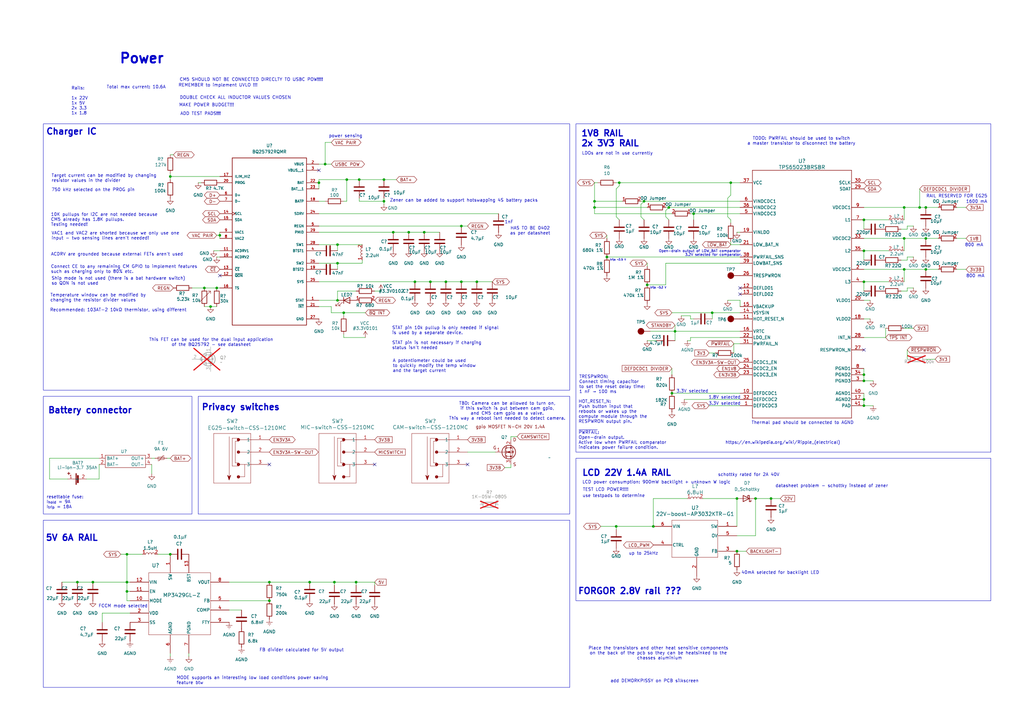
<source format=kicad_sch>
(kicad_sch (version 20250114) (generator "eeschema") (generator_version "9.0")
  (paper "A3")
  (rectangle (start 17.78 213.36) (end 233.68 281.94))
  (rectangle (start 236.22 187.96) (end 406.4 246.38))
  (rectangle (start 81.28 162.56) (end 233.68 210.82))
  (rectangle (start 17.78 50.8) (end 233.68 160.02))
  (rectangle (start 17.78 162.56) (end 78.74 210.82))
  (rectangle (start 236.22 50.8) (end 406.4 185.42))
  (text "40mA selected for backlight LED" (at 320.04 234.95 0) (effects (font (size 1.27 1.27))))
  (text "TODO: PWRFAIL should be used to switch\na master transistor to disconnect the battery" (at 328.676 57.912 0) (effects (font (size 1.27 1.27))))
  (text "Target current can be modified by changing\nresistor values in the divider" (at 21.082 73.152 0) (effects (font (size 1.27 1.27)) (justify left)))
  (text "Rails:\n\n1x 22V\n1x 5V\n2x 3.3\n1x 1.8" (at 29.21 41.402 0) (effects (font (size 1.27 1.27)) (justify left)))
  (text "CM5 SHOULD NOT BE CONNECTED DIRECLTY TO USBC POW!!!!" (at 103.124 32.766 0) (effects (font (size 1.27 1.27))))
  (text "ACDRV are grounded because external FETs aren't used" (at 20.828 104.394 0) (effects (font (size 1.27 1.27)) (justify left)))
  (text "750 kHz selected on the PROG pin" (at 21.082 77.978 0) (effects (font (size 1.27 1.27)) (justify left)))
  (text "Open-drain output of LOW_BAT comparator" (at 287.02 103.124 0) (effects (font (size 1.016 1.016))))
  (text "trip: ~2.5 V" (at 253.492 106.68 0) (effects (font (size 0.762 0.762))))
  (text "TEST LCD POWER!!!!" (at 248.412 200.914 0) (effects (font (size 1.27 1.27))))
  (text "Power" (at 48.768 26.416 0) (effects (font (size 4 4) (thickness 0.8) (bold yes)) (justify left bottom)))
  (text "Zener can be added to support hotswapping 4S battery packs" (at 190.246 82.296 0) (effects (font (size 1.27 1.27))))
  (text "1nF\n" (exclude_from_sim yes) (at 208.788 91.186 0) (effects (font (size 1.27 1.27))))
  (text "Battery connector" (at 19.558 168.402 0) (effects (font (size 2.54 2.54) (thickness 0.508) (bold yes)) (justify left)))
  (text "use testpads to determine" (at 251.714 203.454 0) (effects (font (size 1.27 1.27))))
  (text "FCCM mode selected\n" (at 40.386 248.666 0) (effects (font (size 1.27 1.27)) (justify left)))
  (text "5V 6A RAIL\n" (at 29.464 220.726 0) (effects (font (size 2.54 2.54) (thickness 0.508) (bold yes))))
  (text "3.2V selected for comparator." (at 292.608 104.648 0) (effects (font (size 1.016 1.016))))
  (text "STAT pin 10k pullup is only needed if signal\nis used by a separate device.\n\nSTAT pin is not necessary if charging\nstatus isn't needed" (at 160.782 138.684 0) (effects (font (size 1.27 1.27)) (justify left)))
  (text "REMEMBER to implement UVLO !!!" (at 73.152 35.052 0) (effects (font (size 1.27 1.27)) (justify left)))
  (text "~{PWRFAIL}:\nOpen-drain output. \nActive low when PWRFAIL comparator \nindicates power failure condition." (at 237.236 180.594 0) (effects (font (size 1.27 1.27)) (justify left)))
  (text "MODE supports an interesting low load conditions power saving\nfeature btw\n" (at 72.39 279.146 0) (effects (font (size 1.27 1.27)) (justify left)))
  (text "Place the transistors and other heat sensitive components \non the back of the pcb so they can be heatsinked to the \nchasses aluminium" (at 270.51 267.97 0) (effects (font (size 1.27 1.27))))
  (text "1V8 RAIL\n2x 3V3 RAIL" (at 238.252 56.896 0) (effects (font (size 2.54 2.54) (thickness 0.508) (bold yes)) (justify left)))
  (text "MAKE POWER BUDGET!!!" (at 73.406 43.18 0) (effects (font (size 1.27 1.27)) (justify left)))
  (text "1600 mA" (at 400.558 82.804 0) (effects (font (size 1.27 1.27))))
  (text "This FET can be used for the dual input application\nof the BQ25792 - see datasheet\n" (at 86.614 140.462 0) (effects (font (size 1.27 1.27))))
  (text "https://en.wikipedia.org/wiki/Ripple_(electrical)" (at 321.056 181.61 0) (effects (font (size 1.27 1.27))))
  (text "A potentiometer could be used\nto quickly modify the temp window\nand the target current" (at 161.036 150.114 0) (effects (font (size 1.27 1.27)) (justify left)))
  (text "" (at 245.872 140.208 0) (effects (font (size 1.27 1.27))))
  (text "resettable fuse: \nI_{hold} = 9A\nI_{trip} = 18A" (at 19.05 205.994 0) (effects (font (size 1.27 1.27)) (justify left)))
  (text "Recommended: 103AT-2 10kΩ thermistor, using different" (at 48.514 127.254 0) (effects (font (size 1.27 1.27))))
  (text "Charger IC" (at 18.796 54.102 0) (effects (font (size 2.54 2.54) (thickness 0.508) (bold yes)) (justify left)))
  (text "trip: ~3.2 V" (at 270.002 118.11 0) (effects (font (size 0.762 0.762))))
  (text "schottky rated for 2A 40V" (at 307.086 194.818 0) (effects (font (size 1.27 1.27))))
  (text "800 mA" (at 399.542 100.584 0) (effects (font (size 1.27 1.27))))
  (text "TRESPWRON:\nConnect timing capacitor\nto set the reset delay time: \n1 nF → 100 ms" (at 237.49 157.734 0) (effects (font (size 1.27 1.27)) (justify left)))
  (text "Temperature window can be modified by\nchanging the resistor divider values" (at 20.574 122.174 0) (effects (font (size 1.27 1.27)) (justify left)))
  (text "power sensing" (at 141.732 55.88 0) (effects (font (size 1.27 1.27))))
  (text "LDOs are not in use currently" (at 253.238 62.992 0) (effects (font (size 1.27 1.27))))
  (text "LCD power consumption: 900mW backlight + unknown W logic\n" (at 269.24 197.866 0) (effects (font (size 1.27 1.27))))
  (text "VAC1 and VAC2 are shorted because we only use one\ninput - two sensing lines aren't needed!" (at 21.082 96.774 0) (effects (font (size 1.27 1.27)) (justify left)))
  (text "1.8V selected" (at 297.18 163.068 0) (effects (font (size 1.27 1.27))))
  (text "Thermal pad should be connected to AGND" (at 329.184 173.482 0) (effects (font (size 1.27 1.27))))
  (text "DOUBLE CHECK ALL INDUCTOR VALUES CHOSEN" (at 73.66 40.132 0) (effects (font (size 1.27 1.27)) (justify left)))
  (text "ADD TEST PADS!!!" (at 73.914 46.736 0) (effects (font (size 1.27 1.27)) (justify left)))
  (text "RAIL RESERVED FOR EG25\n" (at 392.43 80.518 0) (effects (font (size 1.27 1.27))))
  (text "add DEMORKPISSY on PCB silkscreen" (at 268.478 279.4 0) (effects (font (size 1.27 1.27))))
  (text "Connect CE to any remaining CM GPIO to implement features\nsuch as charging only to 80% etc." (at 20.828 110.49 0) (effects (font (size 1.27 1.27)) (justify left)))
  (text "up to 25kHz" (at 263.906 227.076 0) (effects (font (size 1.27 1.27))))
  (text "HOT_RESET_N:\nPush button input that \nreboots or wakes up the \ncompute module through the \nRESPWRON output pin." (at 237.236 168.91 0) (effects (font (size 1.27 1.27)) (justify left)))
  (text "LCD 22V 1.4A RAIL" (at 257.048 194.056 0) (effects (font (size 2.54 2.54) (thickness 0.508) (bold yes))))
  (text "800 mA" (at 400.05 113.284 0) (effects (font (size 1.27 1.27))))
  (text "3.3V selected" (at 283.972 160.528 0) (effects (font (size 1.27 1.27))))
  (text "Privacy switches" (at 82.55 167.132 0) (effects (font (size 2.54 2.54) (thickness 0.508) (bold yes)) (justify left)))
  (text "HAS TO BE 0402\nas per datasheet" (at 217.424 94.742 0) (effects (font (size 1.27 1.27))))
  (text "FB divider calculated for 5V output" (at 123.698 266.7 0) (effects (font (size 1.27 1.27))))
  (text "10K pullups for I2C are not needed because\nCM5 already has 1.8K pullups.\nTesting needed!" (at 20.828 90.17 0) (effects (font (size 1.27 1.27)) (justify left)))
  (text "FORGOR 2.8V rail ???" (at 258.318 242.57 0) (effects (font (size 2.54 2.54) (thickness 0.508) (bold yes))))
  (text "Total max current: 10.6A" (at 43.688 35.814 0) (effects (font (size 1.27 1.27)) (justify left)))
  (text "datasheet problem - schottky instead of zener" (at 341.122 199.39 0) (effects (font (size 1.27 1.27))))
  (text "TBD: Camera can be allowed to turn on,\nif this switch is put between cam gpio,\nand CM5 cam gpio as a valve.\nThis way a reboot isnt needed to detect camera." (at 208.026 168.656 0) (effects (font (size 1.27 1.27))))
  (text "3.3V selected" (at 297.18 165.608 0) (effects (font (size 1.27 1.27))))
  (text "Ship mode is not used (there is a bat hardware switch)\nso QON is not used" (at 21.082 115.316 0) (effects (font (size 1.27 1.27)) (justify left)))
  (junction (at 83.82 118.11))
  (junction (at 354.33 156.21))
  (junction (at 252.73 215.9))
  (junction (at 147.32 73.66))
  (junction (at 195.58 115.57))
  (junction (at 138.43 107.95))
  (junction (at 110.49 238.76))
  (junction (at 354.33 102.87))
  (junction (at 370.84 97.79))
  (junction (at 142.24 73.66))
  (junction (at 264.16 82.55))
  (junction (at 276.86 135.89))
  (junction (at 157.48 82.55))
  (junction (at 379.73 110.49))
  (junction (at 302.26 226.06))
  (junction (at 302.26 204.47))
  (junction (at 370.84 85.09))
  (junction (at 88.9 118.11))
  (junction (at 52.07 242.57))
  (junction (at 316.23 204.47))
  (junction (at 86.36 125.73))
  (junction (at 133.35 67.31))
  (junction (at 176.53 115.57))
  (junction (at 274.32 85.09))
  (junction (at 299.72 74.93))
  (junction (at 354.33 115.57))
  (junction (at 140.97 128.27))
  (junction (at 248.92 105.41))
  (junction (at 370.84 110.49))
  (junction (at 354.33 163.83))
  (junction (at 69.85 227.33))
  (junction (at 182.88 115.57))
  (junction (at 138.43 100.33))
  (junction (at 377.19 85.09))
  (junction (at 267.97 215.9))
  (junction (at 38.1 238.76))
  (junction (at 354.33 166.37))
  (junction (at 173.99 95.25))
  (junction (at 137.16 238.76))
  (junction (at 127 238.76))
  (junction (at 130.81 74.93))
  (junction (at 90.17 96.52))
  (junction (at 189.23 92.71))
  (junction (at 243.84 82.55))
  (junction (at 167.64 95.25))
  (junction (at 254 74.93))
  (junction (at 354.33 90.17))
  (junction (at 292.1 128.27))
  (junction (at 146.05 238.76))
  (junction (at 157.48 73.66))
  (junction (at 110.49 246.38))
  (junction (at 379.73 85.09))
  (junction (at 275.59 161.29))
  (junction (at 170.18 115.57))
  (junction (at 52.07 238.76))
  (junction (at 354.33 153.67))
  (junction (at 161.29 95.25))
  (junction (at 309.88 204.47))
  (junction (at 243.84 85.09))
  (junction (at 52.07 227.33))
  (junction (at 379.73 97.79))
  (junction (at 284.48 87.63))
  (junction (at 138.43 123.19))
  (junction (at 265.43 116.84))
  (junction (at 69.85 72.39))
  (junction (at 31.75 238.76))
  (junction (at 189.23 115.57))
  (no_connect (at 191.77 190.5))
  (no_connect (at 303.53 120.65))
  (no_connect (at 153.67 190.5))
  (no_connect (at 354.33 143.51))
  (no_connect (at 303.53 118.11))
  (no_connect (at 110.49 190.5))
  (no_connect (at 130.81 69.85))
  (no_connect (at 90.17 113.03))
  (wire (pts (xy 370.84 97.79) (xy 354.33 97.79)))
  (wire (pts (xy 138.43 100.33) (xy 148.59 100.33)))
  (wire (pts (xy 379.73 85.09) (xy 384.81 85.09)))
  (wire (pts (xy 140.97 129.54) (xy 140.97 128.27)))
  (wire (pts (xy 300.99 140.97) (xy 300.99 144.78)))
  (wire (pts (xy 156.21 119.38) (xy 153.67 119.38)))
  (wire (pts (xy 299.72 99.06) (xy 299.72 100.33)))
  (wire (pts (xy 370.84 110.49) (xy 354.33 110.49)))
  (wire (pts (xy 81.28 74.93) (xy 82.55 74.93)))
  (wire (pts (xy 243.84 85.09) (xy 265.43 85.09)))
  (wire (pts (xy 284.48 87.63) (xy 303.53 87.63)))
  (wire (pts (xy 274.32 90.17) (xy 273.05 88.9)))
  (wire (pts (xy 20.32 196.469) (xy 20.32 187.96)))
  (wire (pts (xy 243.84 85.09) (xy 243.84 87.63)))
  (wire (pts (xy 254 74.93) (xy 299.72 74.93)))
  (wire (pts (xy 93.98 238.76) (xy 110.49 238.76)))
  (wire (pts (xy 309.88 204.47) (xy 316.23 204.47)))
  (wire (pts (xy 370.84 85.09) (xy 354.33 85.09)))
  (wire (pts (xy 316.23 204.47) (xy 320.04 204.47)))
  (wire (pts (xy 130.81 92.71) (xy 189.23 92.71)))
  (wire (pts (xy 354.33 151.13) (xy 354.33 153.67)))
  (wire (pts (xy 264.16 90.17) (xy 262.89 88.9)))
  (wire (pts (xy 265.43 116.84) (xy 273.05 116.84)))
  (wire (pts (xy 88.9 118.11) (xy 90.17 118.11)))
  (wire (pts (xy 273.05 86.36) (xy 273.05 88.9)))
  (wire (pts (xy 130.81 100.33) (xy 138.43 100.33)))
  (wire (pts (xy 130.81 115.57) (xy 170.18 115.57)))
  (wire (pts (xy 52.07 238.76) (xy 52.07 242.57)))
  (wire (pts (xy 90.17 97.79) (xy 90.17 96.52)))
  (wire (pts (xy 138.43 119.38) (xy 138.43 123.19)))
  (wire (pts (xy 137.16 238.76) (xy 146.05 238.76)))
  (wire (pts (xy 283.21 130.81) (xy 284.48 130.81)))
  (wire (pts (xy 306.07 226.06) (xy 302.26 226.06)))
  (wire (pts (xy 130.81 95.25) (xy 161.29 95.25)))
  (wire (pts (xy 299.72 74.93) (xy 303.53 74.93)))
  (wire (pts (xy 31.75 238.76) (xy 38.1 238.76)))
  (wire (pts (xy 298.45 123.19) (xy 303.53 123.19)))
  (wire (pts (xy 370.84 90.17) (xy 370.84 85.09)))
  (wire (pts (xy 275.59 128.27) (xy 292.1 128.27)))
  (wire (pts (xy 298.45 81.28) (xy 298.45 88.9)))
  (wire (pts (xy 273.05 85.09) (xy 274.32 85.09)))
  (wire (pts (xy 209.55 190.5) (xy 209.55 191.77)))
  (wire (pts (xy 147.32 82.55) (xy 147.32 81.28)))
  (wire (pts (xy 86.36 125.73) (xy 88.9 125.73)))
  (wire (pts (xy 209.55 179.07) (xy 209.55 180.34)))
  (wire (pts (xy 354.33 102.87) (xy 364.49 102.87)))
  (wire (pts (xy 153.67 238.76) (xy 153.67 240.03)))
  (wire (pts (xy 374.65 134.62) (xy 370.84 134.62)))
  (wire (pts (xy 146.05 238.76) (xy 153.67 238.76)))
  (wire (pts (xy 138.43 123.19) (xy 130.81 123.19)))
  (wire (pts (xy 49.53 227.33) (xy 52.07 227.33)))
  (wire (pts (xy 130.81 107.95) (xy 138.43 107.95)))
  (wire (pts (xy 149.86 128.27) (xy 140.97 128.27)))
  (wire (pts (xy 254 90.17) (xy 252.73 88.9)))
  (wire (pts (xy 284.48 87.63) (xy 284.48 90.17)))
  (wire (pts (xy 283.21 138.43) (xy 303.53 138.43)))
  (wire (pts (xy 62.23 194.31) (xy 62.23 190.5)))
  (wire (pts (xy 252.73 215.9) (xy 267.97 215.9)))
  (wire (pts (xy 69.85 71.12) (xy 69.85 72.39)))
  (wire (pts (xy 354.33 90.17) (xy 354.33 93.98)))
  (wire (pts (xy 273.05 107.95) (xy 303.53 107.95)))
  (wire (pts (xy 372.11 92.71) (xy 372.11 93.98)))
  (wire (pts (xy 133.35 67.31) (xy 135.89 67.31)))
  (wire (pts (xy 372.11 118.11) (xy 372.11 119.38)))
  (wire (pts (xy 62.23 187.96) (xy 63.5 187.96)))
  (wire (pts (xy 265.43 107.95) (xy 265.43 109.22)))
  (wire (pts (xy 248.92 105.41) (xy 303.53 105.41)))
  (wire (pts (xy 167.64 95.25) (xy 173.99 95.25)))
  (wire (pts (xy 299.72 74.93) (xy 299.72 80.01)))
  (wire (pts (xy 299.72 90.17) (xy 299.72 91.44)))
  (wire (pts (xy 252.73 74.93) (xy 254 74.93)))
  (wire (pts (xy 264.16 82.55) (xy 303.53 82.55)))
  (wire (pts (xy 52.07 246.38) (xy 52.07 242.57)))
  (wire (pts (xy 265.43 139.7) (xy 269.24 139.7)))
  (wire (pts (xy 41.91 251.46) (xy 53.34 251.46)))
  (wire (pts (xy 191.77 92.71) (xy 189.23 92.71)))
  (wire (pts (xy 300.99 140.97) (xy 303.53 140.97)))
  (wire (pts (xy 372.11 105.41) (xy 372.11 106.68)))
  (wire (pts (xy 290.83 166.37) (xy 303.53 166.37)))
  (wire (pts (xy 52.07 227.33) (xy 58.42 227.33)))
  (wire (pts (xy 354.33 163.83) (xy 354.33 166.37)))
  (wire (pts (xy 252.73 215.9) (xy 252.73 217.17)))
  (wire (pts (xy 276.86 133.35) (xy 276.86 135.89)))
  (wire (pts (xy 369.57 119.38) (xy 372.11 119.38)))
  (wire (pts (xy 83.82 125.73) (xy 86.36 125.73)))
  (wire (pts (xy 146.05 119.38) (xy 138.43 119.38)))
  (wire (pts (xy 161.29 95.25) (xy 167.64 95.25)))
  (wire (pts (xy 379.73 97.79) (xy 384.81 97.79)))
  (wire (pts (xy 69.85 63.5) (xy 71.12 63.5)))
  (wire (pts (xy 189.23 115.57) (xy 195.58 115.57)))
  (wire (pts (xy 252.73 77.47) (xy 254 76.2)))
  (wire (pts (xy 370.84 110.49) (xy 379.73 110.49)))
  (wire (pts (xy 262.89 83.82) (xy 262.89 88.9)))
  (wire (pts (xy 370.84 85.09) (xy 377.19 85.09)))
  (wire (pts (xy 392.43 85.09) (xy 396.24 85.09)))
  (wire (pts (xy 69.85 72.39) (xy 90.17 72.39)))
  (wire (pts (xy 90.17 96.52) (xy 90.17 95.25)))
  (wire (pts (xy 267.97 215.9) (xy 267.97 204.47)))
  (wire (pts (xy 142.24 73.66) (xy 147.32 73.66)))
  (wire (pts (xy 303.53 123.19) (xy 303.53 125.73)))
  (wire (pts (xy 83.82 118.11) (xy 88.9 118.11)))
  (wire (pts (xy 20.32 187.96) (xy 40.64 187.96)))
  (wire (pts (xy 262.89 82.55) (xy 264.16 82.55)))
  (wire (pts (xy 377.19 85.09) (xy 379.73 85.09)))
  (wire (pts (xy 133.35 82.55) (xy 130.81 82.55)))
  (wire (pts (xy 354.33 153.67) (xy 354.33 156.21)))
  (wire (pts (xy 372.11 93.98) (xy 369.57 93.98)))
  (wire (pts (xy 298.45 81.28) (xy 299.72 80.01)))
  (wire (pts (xy 212.09 179.07) (xy 209.55 179.07)))
  (wire (pts (xy 142.24 82.55) (xy 140.97 82.55)))
  (wire (pts (xy 93.98 246.38) (xy 110.49 246.38)))
  (wire (pts (xy 157.48 81.28) (xy 157.48 82.55)))
  (wire (pts (xy 135.89 58.42) (xy 133.35 58.42)))
  (wire (pts (xy 279.4 129.54) (xy 283.21 129.54)))
  (wire (pts (xy 110.49 238.76) (xy 127 238.76)))
  (wire (pts (xy 354.33 90.17) (xy 364.49 90.17)))
  (wire (pts (xy 243.84 82.55) (xy 255.27 82.55)))
  (wire (pts (xy 243.84 74.93) (xy 243.84 82.55)))
  (wire (pts (xy 191.77 185.42) (xy 203.2 185.42)))
  (wire (pts (xy 283.21 87.63) (xy 284.48 87.63)))
  (wire (pts (xy 280.67 163.83) (xy 303.53 163.83)))
  (wire (pts (xy 77.47 267.97) (xy 77.47 269.24)))
  (wire (pts (xy 276.86 135.89) (xy 303.53 135.89)))
  (wire (pts (xy 52.07 238.76) (xy 52.07 227.33)))
  (wire (pts (xy 52.07 242.57) (xy 53.34 242.57)))
  (wire (pts (xy 64.77 227.33) (xy 69.85 227.33)))
  (wire (pts (xy 146.05 238.76) (xy 146.05 240.03)))
  (wire (pts (xy 130.81 67.31) (xy 133.35 67.31)))
  (wire (pts (xy 372.11 147.32) (xy 372.11 143.51)))
  (wire (pts (xy 392.43 110.49) (xy 396.24 110.49)))
  (wire (pts (xy 147.32 73.66) (xy 157.48 73.66)))
  (wire (pts (xy 140.97 128.27) (xy 135.89 128.27)))
  (wire (pts (xy 130.81 73.66) (xy 130.81 74.93)))
  (wire (pts (xy 130.81 73.66) (xy 142.24 73.66)))
  (wire (pts (xy 138.43 100.33) (xy 138.43 102.87)))
  (wire (pts (xy 147.32 82.55) (xy 157.48 82.55)))
  (wire (pts (xy 275.59 161.29) (xy 303.53 161.29)))
  (wire (pts (xy 354.33 115.57) (xy 354.33 119.38)))
  (wire (pts (xy 354.33 130.81) (xy 356.87 130.81)))
  (wire (pts (xy 133.35 58.42) (xy 133.35 67.31)))
  (wire (pts (xy 157.48 73.66) (xy 162.56 73.66)))
  (wire (pts (xy 302.26 219.71) (xy 309.88 219.71)))
  (wire (pts (xy 292.1 128.27) (xy 292.1 130.81)))
  (wire (pts (xy 248.92 96.52) (xy 248.92 97.79)))
  (wire (pts (xy 283.21 139.7) (xy 283.21 138.43)))
  (wire (pts (xy 130.81 74.93) (xy 130.81 77.47)))
  (wire (pts (xy 363.22 134.62) (xy 363.22 138.43)))
  (wire (pts (xy 20.32 196.469) (xy 27.813 196.469)))
  (wire (pts (xy 354.33 156.21) (xy 358.14 156.21)))
  (wire (pts (xy 302.26 95.25) (xy 303.53 95.25)))
  (wire (pts (xy 135.89 128.27) (xy 135.89 125.73)))
  (wire (pts (xy 377.19 77.47) (xy 377.19 85.09)))
  (wire (pts (xy 130.81 87.63) (xy 204.47 87.63)))
  (wire (pts (xy 392.43 97.79) (xy 396.24 97.79)))
  (wire (pts (xy 176.53 115.57) (xy 182.88 115.57)))
  (wire (pts (xy 195.58 115.57) (xy 201.93 115.57)))
  (wire (pts (xy 299.72 100.33) (xy 303.53 100.33)))
  (wire (pts (xy 88.9 96.52) (xy 90.17 96.52)))
  (wire (pts (xy 354.33 138.43) (xy 363.22 138.43)))
  (wire (pts (xy 309.88 204.47) (xy 309.88 219.71)))
  (wire (pts (xy 69.85 187.96) (xy 68.58 187.96)))
  (wire (pts (xy 87.63 102.87) (xy 90.17 102.87)))
  (wire (pts (xy 88.9 105.41) (xy 90.17 105.41)))
  (wire (pts (xy 40.64 196.469) (xy 40.64 190.5)))
  (wire (pts (xy 372.11 105.41) (xy 374.65 105.41)))
  (wire (pts (xy 135.89 125.73) (xy 130.81 125.73)))
  (wire (pts (xy 299.72 90.17) (xy 298.45 88.9)))
  (wire (pts (xy 252.73 77.47) (xy 252.73 88.9)))
  (wire (pts (xy 38.1 238.76) (xy 52.07 238.76)))
  (wire (pts (xy 266.7 135.89) (xy 276.86 135.89)))
  (wire (pts (xy 170.18 115.57) (xy 176.53 115.57)))
  (wire (pts (xy 370.84 115.57) (xy 370.84 110.49)))
  (wire (pts (xy 283.21 129.54) (xy 283.21 130.81)))
  (wire (pts (xy 369.57 106.68) (xy 372.11 106.68)))
  (wire (pts (xy 25.4 238.76) (xy 31.75 238.76)))
  (wire (pts (xy 243.84 87.63) (xy 275.59 87.63)))
  (wire (pts (xy 140.97 138.43) (xy 149.86 138.43)))
  (wire (pts (xy 209.55 191.77) (xy 207.01 191.77)))
  (wire (pts (xy 138.43 107.95) (xy 138.43 110.49)))
  (wire (pts (xy 302.26 204.47) (xy 302.26 215.9)))
  (wire (pts (xy 383.54 147.32) (xy 379.73 147.32)))
  (wire (pts (xy 273.05 107.95) (xy 273.05 116.84)))
  (wire (pts (xy 267.97 204.47) (xy 281.94 204.47)))
  (wire (pts (xy 52.07 238.76) (xy 53.34 238.76)))
  (wire (pts (xy 69.85 267.97) (xy 69.85 269.24)))
  (wire (pts (xy 173.99 95.25) (xy 180.34 95.25)))
  (wire (pts (xy 246.38 215.9) (xy 252.73 215.9)))
  (wire (pts (xy 138.43 107.95) (xy 148.59 107.95)))
  (wire (pts (xy 281.94 139.7) (xy 283.21 139.7)))
  (wire (pts (xy 140.97 138.43) (xy 140.97 137.16)))
  (wire (pts (xy 262.89 83.82) (xy 264.16 82.55)))
  (wire (pts (xy 276.86 135.89) (xy 276.86 139.7)))
  (wire (pts (xy 354.33 115.57) (xy 364.49 115.57)))
  (wire (pts (xy 370.84 97.79) (xy 379.73 97.79)))
  (wire (pts (xy 78.74 118.11) (xy 83.82 118.11)))
  (wire (pts (xy 275.59 151.13) (xy 275.59 153.67)))
  (wire (pts (xy 93.98 250.19) (xy 99.06 250.19)))
  (wire (pts (xy 148.59 106.68) (xy 148.59 107.95)))
  (wire (pts (xy 292.1 128.27) (xy 303.53 128.27)))
  (wire (pts (xy 354.33 161.29) (xy 354.33 163.83)))
  (wire (pts (xy 41.91 255.27) (xy 41.91 251.46)))
  (wire (pts (xy 288.29 204.47) (xy 302.26 204.47)))
  (wire (pts (xy 127 238.76) (xy 137.16 238.76)))
  (wire (pts (xy 53.34 246.38) (xy 52.07 246.38)))
  (wire (pts (xy 374.65 92.71) (xy 372.11 92.71)))
  (wire (pts (xy 157.48 83.82) (xy 157.48 82.55)))
  (wire (pts (xy 354.33 123.19) (xy 356.87 123.19)))
  (wire (pts (xy 370.84 102.87) (xy 370.84 97.79)))
  (wire (pts (xy 137.16 238.76) (xy 137.16 240.03)))
  (wire (pts (xy 35.433 196.469) (xy 40.64 196.469)))
  (wire (pts (xy 274.32 85.09) (xy 303.53 85.09)))
  (wire (pts (xy 182.88 115.57) (xy 189.23 115.57)))
  (wire (pts (xy 254 74.93) (xy 254 76.2)))
  (wire (pts (xy 354.33 166.37) (xy 358.14 166.37)))
  (wire (pts (xy 142.24 73.66) (xy 142.24 82.55)))
  (wire (pts (xy 290.83 144.78) (xy 293.37 144.78)))
  (wire (pts (xy 372.11 118.11) (xy 374.65 118.11)))
  (wire (pts (xy 243.84 74.93) (xy 245.11 74.93)))
  (wire (pts (xy 379.73 110.49) (xy 384.81 110.49)))
  (wire (pts (xy 69.85 72.39) (xy 69.85 73.66)))
  (wire (pts (xy 273.05 86.36) (xy 274.32 85.09)))
  (wire (pts (xy 243.84 82.55) (xy 243.84 85.09)))
  (wire (pts (xy 354.33 102.87) (xy 354.33 106.68)))
  (global_label "3V3B" (shape input) (at 153.67 180.34 0) (property "Intersheetrefs" "${INTERSHEET_REFS}" (effects (hide yes))))
  (global_label "1V8" (shape input) (at 396.24 97.79 0) (property "Intersheetrefs" "${INTERSHEET_REFS}" (effects (hide yes))))
  (global_label "SYS" (shape bidirectional) (at 201.93 115.57 0) (property "Intersheetrefs" "${INTERSHEET_REFS}" (effects (hide yes))))
  (global_label "3V3A" (shape input) (at 396.24 85.09 0) (property "Intersheetrefs" "${INTERSHEET_REFS}" (effects (hide yes))))
  (global_label "LCD_PWM" (shape bidirectional) (at 267.97 223.52 180) (property "Intersheetrefs" "${INTERSHEET_REFS}" (effects (hide yes))))
  (global_label "3V3B" (shape input) (at 396.24 110.49 0) (property "Intersheetrefs" "${INTERSHEET_REFS}" (effects (hide yes))))
  (global_label "VAC PAIR" (shape bidirectional) (at 135.89 58.42 0) (property "Intersheetrefs" "${INTERSHEET_REFS}" (effects (hide yes))))
  (global_label "~{CE}" (shape bidirectional) (at 90.17 110.49 180) (property "Intersheetrefs" "${INTERSHEET_REFS}" (effects (hide yes))))
  (global_label "MICSWITCH" (shape input) (at 153.67 185.42 0) (property "Intersheetrefs" "${INTERSHEET_REFS}" (effects (hide yes))))
  (global_label "~{RESPWRON}" (shape bidirectional) (at 372.11 143.51 0) (property "Intersheetrefs" "${INTERSHEET_REFS}" (effects (hide yes))))
  (global_label "CAMSWITCH" (shape input) (at 212.09 179.07 0) (property "Intersheetrefs" "${INTERSHEET_REFS}" (effects (hide yes))))
  (global_label "VAC PAIR" (shape bidirectional) (at 88.9 96.52 180) (property "Intersheetrefs" "${INTERSHEET_REFS}" (effects (hide yes))))
  (global_label "REGN" (shape bidirectional) (at 71.12 63.5 0) (property "Intersheetrefs" "${INTERSHEET_REFS}" (effects (hide yes))))
  (global_label "DEFDCDC1 DIVIDER" (shape input) (at 275.59 151.13 180) (property "Intersheetrefs" "${INTERSHEET_REFS}" (effects (hide yes))))
  (global_label "3V3B" (shape input) (at 207.01 191.77 180) (property "Intersheetrefs" "${INTERSHEET_REFS}" (effects (hide yes))))
  (global_label "SYS" (shape bidirectional) (at 275.59 128.27 180) (property "Intersheetrefs" "${INTERSHEET_REFS}" (effects (hide yes))))
  (global_label "~{PWRFAIL}" (shape bidirectional) (at 300.99 140.97 180) (property "Intersheetrefs" "${INTERSHEET_REFS}" (effects (hide yes))))
  (global_label "SDA" (shape bidirectional) (at 354.33 77.47 0) (property "Intersheetrefs" "${INTERSHEET_REFS}" (effects (hide yes))))
  (global_label "REGN" (shape bidirectional) (at 71.12 118.11 180) (property "Intersheetrefs" "${INTERSHEET_REFS}" (effects (hide yes))))
  (global_label "STANDBY" (shape bidirectional) (at 276.86 133.35 180) (property "Intersheetrefs" "${INTERSHEET_REFS}" (effects (hide yes))))
  (global_label "REGN" (shape bidirectional) (at 153.67 123.19 0) (property "Intersheetrefs" "${INTERSHEET_REFS}" (effects (hide yes))))
  (global_label "EN1V8" (shape bidirectional) (at 303.53 151.13 180) (property "Intersheetrefs" "${INTERSHEET_REFS}" (effects (hide yes))))
  (global_label "EN3V3A" (shape bidirectional) (at 110.49 180.34 0) (property "Intersheetrefs" "${INTERSHEET_REFS}" (effects (hide yes))))
  (global_label "BAT+" (shape bidirectional) (at 162.56 73.66 0) (property "Intersheetrefs" "${INTERSHEET_REFS}" (effects (hide yes))))
  (global_label "3V3" (shape input) (at 290.83 144.78 180) (property "Intersheetrefs" "${INTERSHEET_REFS}" (effects (hide yes))))
  (global_label "SDA" (shape bidirectional) (at 90.17 90.17 180) (property "Intersheetrefs" "${INTERSHEET_REFS}" (effects (hide yes))))
  (global_label "BACKLIGHT-" (shape input) (at 306.07 226.06 0) (property "Intersheetrefs" "${INTERSHEET_REFS}" (effects (hide yes))))
  (global_label "SYS" (shape bidirectional) (at 246.38 215.9 180) (property "Intersheetrefs" "${INTERSHEET_REFS}" (effects (hide yes))))
  (global_label "REGN" (shape bidirectional) (at 191.77 92.71 0) (property "Intersheetrefs" "${INTERSHEET_REFS}" (effects (hide yes))))
  (global_label "22V" (shape input) (at 320.04 204.47 0) (property "Intersheetrefs" "${INTERSHEET_REFS}" (effects (hide yes))))
  (global_label "~{BQ INT}" (shape bidirectional) (at 149.86 128.27 0) (property "Intersheetrefs" "${INTERSHEET_REFS}" (effects (hide yes))))
  (global_label "~{LOW_BAT}" (shape bidirectional) (at 299.72 100.33 180) (property "Intersheetrefs" "${INTERSHEET_REFS}" (effects (hide yes))))
  (global_label "SCL" (shape bidirectional) (at 354.33 74.93 0) (property "Intersheetrefs" "${INTERSHEET_REFS}" (effects (hide yes))))
  (global_label "EN3V3A-SW-OUT" (shape bidirectional) (at 303.53 148.59 180) (property "Intersheetrefs" "${INTERSHEET_REFS}" (effects (hide yes))))
  (global_label "5V" (shape input) (at 153.67 238.76 0) (property "Intersheetrefs" "${INTERSHEET_REFS}" (effects (hide yes))))
  (global_label "D-" (shape bidirectional) (at 90.17 82.55 180) (property "Intersheetrefs" "${INTERSHEET_REFS}" (effects (hide yes))))
  (global_label "EN3V3A-SW-OUT" (shape bidirectional) (at 110.49 185.42 0) (property "Intersheetrefs" "${INTERSHEET_REFS}" (effects (hide yes))))
  (global_label "D+" (shape bidirectional) (at 90.17 80.01 180) (property "Intersheetrefs" "${INTERSHEET_REFS}" (effects (hide yes))))
  (global_label "USBC POW" (shape bidirectional) (at 135.89 67.31 0) (property "Intersheetrefs" "${INTERSHEET_REFS}" (effects (hide yes))))
  (global_label "SYS" (shape bidirectional) (at 49.53 227.33 180) (property "Intersheetrefs" "${INTERSHEET_REFS}" (effects (hide yes))))
  (global_label "3V3" (shape input) (at 374.65 134.62 0) (property "Intersheetrefs" "${INTERSHEET_REFS}" (effects (hide yes))))
  (global_label "SYS" (shape bidirectional) (at 248.92 96.52 180) (property "Intersheetrefs" "${INTERSHEET_REFS}" (effects (hide yes))))
  (global_label "3V3B" (shape input) (at 191.77 180.34 0) (property "Intersheetrefs" "${INTERSHEET_REFS}" (effects (hide yes))))
  (global_label "EN3V3B" (shape bidirectional) (at 303.53 153.67 180) (property "Intersheetrefs" "${INTERSHEET_REFS}" (effects (hide yes))))
  (global_label "DEFDCDC1 DIVIDER" (shape input) (at 377.19 77.47 0) (property "Intersheetrefs" "${INTERSHEET_REFS}" (effects (hide yes))))
  (global_label "SYS" (shape bidirectional) (at 290.83 166.37 180) (property "Intersheetrefs" "${INTERSHEET_REFS}" (effects (hide yes))))
  (global_label "SCL" (shape bidirectional) (at 90.17 87.63 180) (property "Intersheetrefs" "${INTERSHEET_REFS}" (effects (hide yes))))
  (global_label "SYS" (shape bidirectional) (at 265.43 107.95 180) (property "Intersheetrefs" "${INTERSHEET_REFS}" (effects (hide yes))))
  (global_label "~{TPS INT}" (shape bidirectional) (at 363.22 138.43 0) (property "Intersheetrefs" "${INTERSHEET_REFS}" (effects (hide yes))))
  (global_label "BAT+" (shape bidirectional) (at 69.85 187.96 0) (property "Intersheetrefs" "${INTERSHEET_REFS}" (effects (hide yes))))
  (global_label "SYS" (shape bidirectional) (at 243.84 74.93 180) (property "Intersheetrefs" "${INTERSHEET_REFS}" (effects (hide yes))))
  (global_label "3V3" (shape input) (at 383.54 147.32 0) (property "Intersheetrefs" "${INTERSHEET_REFS}" (effects (hide yes))))
  (symbol (lib_id "Device:R") (at 99.06 261.62 0) (unit 1)
    (property "Reference" "R?" (at 101.6 260.3499 0) (effects (justify left)))
    (property "Value" "6.8k" (at 101.6 262.8899 0) (effects (justify left)))
    (property "Footprint" "SPIRIT-footprints:0603-resistor" (effects (hide yes)))
    (property "Description" "Resistor" (effects (hide yes)))
    (property "MPN" "RC0603FR-076K8L" (effects (hide yes)))
  )
  (symbol (lib_name "GND_11") (lib_id "power:GND") (at 374.65 92.71 0) (unit 1)
    (property "Reference" "#PWR0151" (effects (hide yes)))
    (property "Value" "GND" (at 374.65 96.266 0))
    (property "Description" "Power symbol creates a global label with name \"GND\" , ground" (effects (hide yes)))
  )
  (symbol (lib_id "SPIRIT-components:test-pad-1") (at 262.89 137.16 180) (unit 1)
    (property "Reference" "TP5" (at 262.89 132.08 0))
    (property "Value" "test-pad-1" (effects (hide yes)))
    (property "Footprint" "SPIRIT-footprints:test-pad-1" (effects (hide yes)))
  )
  (symbol (lib_id "Device:R") (at 299.72 95.25 0) (unit 1)
    (property "Reference" "R?" (at 293.878 93.98 0) (effects (justify left)))
    (property "Value" "100k" (at 293.878 96.52 0) (effects (justify left)))
    (property "Footprint" "SPIRIT-footprints:0603-resistor" (effects (hide yes)))
    (property "Description" "Resistor" (effects (hide yes)))
    (property "MPN" "RC0603FR-0747KL" (effects (hide yes)))
  )
  (symbol (lib_id "Device:C") (at 31.75 242.57 0) (unit 1)
    (property "Reference" "C?" (at 25.146 241.3 0) (effects (justify left)))
    (property "Value" "22μF" (at 25.4 245.364 0) (effects (justify left)))
    (property "Footprint" "SPIRIT-footprints:0603-capacitor" (effects (hide yes)))
    (property "Description" "Unpolarized capacitor" (effects (hide yes)))
    (property "MPN" "CC0603MRX5R5BB226" (effects (hide yes)))
  )
  (symbol (lib_name "GND_13") (lib_id "power:GND") (at 31.75 246.38 0) (unit 1)
    (property "Reference" "#PWR?" (effects (hide yes)))
    (property "Value" "GND" (at 31.75 251.46 0))
    (property "Description" "Power symbol creates a global label with name \"GND\" , ground" (effects (hide yes)))
  )
  (symbol (lib_id "Device:C") (at 161.29 99.06 0) (unit 1)
    (property "Reference" "C?" (at 156.21 99.06 0) (effects (justify left)))
    (property "Value" "0.1μF" (at 155.448 102.108 0) (effects (justify left)))
    (property "Footprint" "SPIRIT-footprints:0603-capacitor" (effects (hide yes)))
    (property "Description" "Unpolarized capacitor" (effects (hide yes)))
    (property "MPN" "CC0603KRX7R7BB104" (effects (hide yes)))
  )
  (symbol (lib_id "SPIRIT-components:1K-05W-0805-RES_ERJP06J102V") (at 200.66 207.01 0) (unit 1) (exclude_from_sim yes) (in_bom no) (on_board no) (dnp yes)
    (property "Reference" "R?" (at 200.66 201.93 0))
    (property "Value" "1K-05W-0805" (at 200.66 203.708 0))
    (property "Footprint" "SPIRIT-footprints:1K-05W-0805-RES_ERJP06J102V" (effects (hide yes)))
    (property "PARTREV" "3/1/2020" (effects (hide yes)))
    (property "STANDARD" "Manufacturer Recommendations" (effects (hide yes)))
    (property "MAXIMUM_PACKAGE_HEIGHT" "0.6 mm" (effects (hide yes)))
    (property "MANUFACTURER" "Panasonic" (effects (hide yes)))
    (property "MPN" "ERJP06J102V" (effects (hide yes)))
  )
  (symbol (lib_name "GND_11") (lib_id "power:GND") (at 379.73 118.11 0) (mirror y) (unit 1)
    (property "Reference" "#PWR?" (effects (hide yes)))
    (property "Value" "GND" (at 379.73 123.19 0))
    (property "Description" "Power symbol creates a global label with name \"GND\" , ground" (effects (hide yes)))
  )
  (symbol (lib_name "GND_13") (lib_id "power:GND") (at 25.4 246.38 0) (unit 1)
    (property "Reference" "#PWR?" (effects (hide yes)))
    (property "Value" "GND" (at 25.4 251.46 0))
    (property "Description" "Power symbol creates a global label with name \"GND\" , ground" (effects (hide yes)))
  )
  (symbol (lib_id "Device:C") (at 167.64 99.06 0) (unit 1)
    (property "Reference" "C?" (at 167.64 101.6 0) (effects (justify left)))
    (property "Value" "10μF" (at 167.64 103.378 0) (effects (justify left)))
    (property "Footprint" "SPIRIT-footprints:0603-capacitor" (effects (hide yes)))
    (property "Description" "Unpolarized capacitor" (effects (hide yes)))
    (property "MPN" "CC0603KRX5R6BB106" (effects (hide yes)))
  )
  (symbol (lib_name "GND_11") (lib_id "power:GND") (at 264.16 97.79 0) (unit 1)
    (property "Reference" "#PWR?" (effects (hide yes)))
    (property "Value" "GND" (at 264.16 101.346 0))
    (property "Description" "Power symbol creates a global label with name \"GND\" , ground" (effects (hide yes)))
  )
  (symbol (lib_name "GND_1") (lib_id "power:GND") (at 130.81 130.81 0) (unit 1)
    (property "Reference" "#PWR?" (effects (hide yes)))
    (property "Value" "GND" (at 130.81 135.89 0))
    (property "Description" "Power symbol creates a global label with name \"GND\" , ground" (effects (hide yes)))
  )
  (symbol (lib_name "GND_11") (lib_id "power:GND") (at 374.65 118.11 0) (unit 1)
    (property "Reference" "#PWR?" (effects (hide yes)))
    (property "Value" "GND" (at 374.65 121.666 0))
    (property "Description" "Power symbol creates a global label with name \"GND\" , ground" (effects (hide yes)))
  )
  (symbol (lib_name "GND_11") (lib_id "power:GND") (at 356.87 123.19 0) (unit 1)
    (property "Reference" "#PWR?" (effects (hide yes)))
    (property "Value" "GND" (at 356.87 126.746 0))
    (property "Description" "Power symbol creates a global label with name \"GND\" , ground" (effects (hide yes)))
  )
  (symbol (lib_id "SPIRIT-components:1K-05W-0805-RES_ERJP06J102V") (at 388.62 110.49 0) (unit 1)
    (property "Reference" "R?" (effects (hide yes)))
    (property "Value" "0Ω Jumper" (at 387.858 107.95 0))
    (property "Footprint" "SPIRIT-footprints:1K-05W-0805-RES_ERJP06J102V" (effects (hide yes)))
    (property "PARTREV" "3/1/2020" (effects (hide yes)))
    (property "STANDARD" "Manufacturer Recommendations" (effects (hide yes)))
    (property "MAXIMUM_PACKAGE_HEIGHT" "0.6 mm" (effects (hide yes)))
    (property "MANUFACTURER" "Panasonic" (effects (hide yes)))
  )
  (symbol (lib_id "power:Earth") (at 110.49 254 0) (unit 1)
    (property "Reference" "#PWR?" (effects (hide yes)))
    (property "Value" "AGND" (at 110.49 259.08 0))
    (property "Description" "Power symbol creates a global label with name \"Earth\"" (effects (hide yes)))
  )
  (symbol (lib_name "GND_11") (lib_id "power:GND") (at 284.48 97.79 0) (unit 1)
    (property "Reference" "#PWR?" (effects (hide yes)))
    (property "Value" "GND" (at 284.48 101.346 0))
    (property "Description" "Power symbol creates a global label with name \"GND\" , ground" (effects (hide yes)))
  )
  (symbol (lib_id "Device:R") (at 265.43 113.03 180) (unit 1)
    (property "Reference" "R?" (at 261.874 111.76 0))
    (property "Value" "1M 1%" (at 260.858 113.792 0))
    (property "Footprint" "SPIRIT-footprints:0603-resistor" (effects (hide yes)))
    (property "Description" "Resistor" (effects (hide yes)))
    (property "MPN" "RC0402FR-131RL" (effects (hide yes)))
  )
  (symbol (lib_id "Device:C") (at 201.93 119.38 0) (unit 1)
    (property "Reference" "C?" (at 201.93 121.92 0) (effects (justify left)))
    (property "Value" "10μF" (at 207.264 121.92 0) (effects (justify left)))
    (property "Footprint" "SPIRIT-footprints:0603-capacitor" (effects (hide yes)))
    (property "Description" "Unpolarized capacitor" (effects (hide yes)))
    (property "MPN" "CC0603KRX5R6BB106" (effects (hide yes)))
  )
  (symbol (lib_name "GND_11") (lib_id "power:GND") (at 248.92 113.03 0) (unit 1)
    (property "Reference" "#PWR074" (effects (hide yes)))
    (property "Value" "GND" (effects (hide yes)))
    (property "Description" "Power symbol creates a global label with name \"GND\" , ground" (effects (hide yes)))
  )
  (symbol (lib_name "GND_11") (lib_id "power:GND") (at 265.43 124.46 0) (unit 1)
    (property "Reference" "#PWR?" (effects (hide yes)))
    (property "Value" "GND" (effects (hide yes)))
    (property "Description" "Power symbol creates a global label with name \"GND\" , ground" (effects (hide yes)))
  )
  (symbol (lib_name "GND_3") (lib_id "power:GND") (at 170.18 123.19 0) (unit 1)
    (property "Reference" "#PWR?" (effects (hide yes)))
    (property "Value" "GND" (at 170.18 128.27 0))
    (property "Description" "Power symbol creates a global label with name \"GND\" , ground" (effects (hide yes)))
  )
  (symbol (lib_id "power:Earth") (at 281.94 139.7 0) (unit 1)
    (property "Reference" "#PWR?" (effects (hide yes)))
    (property "Value" "AGND" (at 281.94 143.51 0))
    (property "Description" "Power symbol creates a global label with name \"Earth\"" (effects (hide yes)))
  )
  (symbol (lib_id "SPIRIT-components:test-pad-1") (at 299.72 132.08 180) (unit 1)
    (property "Reference" "TP6" (at 296.164 131.064 0))
    (property "Value" "test-pad-1" (effects (hide yes)))
    (property "Footprint" "SPIRIT-footprints:test-pad-1" (effects (hide yes)))
  )
  (symbol (lib_name "GND_11") (lib_id "power:GND") (at 316.23 212.09 0) (unit 1)
    (property "Reference" "#PWR?" (effects (hide yes)))
    (property "Value" "GND" (at 316.23 217.17 0))
    (property "Description" "Power symbol creates a global label with name \"GND\" , ground" (effects (hide yes)))
  )
  (symbol (lib_id "SPIRIT-components:BAT-CONNECTOR-FLTS22WR00") (at 50.8 185.42 0) (unit 1)
    (property "Reference" "U?" (at 50.8 185.166 0))
    (property "Value" "BAT-CONNECTOR-FLTS22WR00" (effects (hide yes)))
    (property "Footprint" "SPIRIT-footprints:BAT-CONNECTOR-FLTS22WR00" (effects (hide yes)))
  )
  (symbol (lib_id "Device:R") (at 86.36 74.93 90) (unit 1)
    (property "Reference" "R?" (at 85.598 77.216 90))
    (property "Value" "4.7K" (at 89.662 77.216 90))
    (property "Footprint" "SPIRIT-footprints:0805-resistor" (effects (hide yes)))
    (property "Description" "Resistor" (effects (hide yes)))
    (property "MPN" "RC0603FR-074K7L" (effects (hide yes)))
  )
  (symbol (lib_name "GND_13") (lib_id "power:GND") (at 77.47 269.24 0) (unit 1)
    (property "Reference" "#PWR?" (effects (hide yes)))
    (property "Value" "GND" (at 77.47 274.32 0))
    (property "Description" "Power symbol creates a global label with name \"GND\" , ground" (effects (hide yes)))
  )
  (symbol (lib_id "Device:R") (at 275.59 165.1 180) (unit 1)
    (property "Reference" "R?" (at 272.034 165.862 0))
    (property "Value" "182K" (at 271.272 164.084 0))
    (property "Footprint" "SPIRIT-footprints:0603-resistor" (effects (hide yes)))
    (property "Description" "Resistor" (effects (hide yes)))
    (property "MPN" "RC0603FR-07182KL" (effects (hide yes)))
  )
  (symbol (lib_id "Device:C") (at 358.14 106.68 90) (unit 1)
    (property "Reference" "C?" (at 362.966 105.41 90) (effects (justify left)))
    (property "Value" "220pf" (at 356.87 107.95 90) (effects (justify left)))
    (property "Footprint" "SPIRIT-footprints:0603-capacitor" (effects (hide yes)))
    (property "Description" "Unpolarized capacitor" (effects (hide yes)))
    (property "MPN" "CC0603KRX5R8BB105" (effects (hide yes)))
  )
  (symbol (lib_id "Device:C") (at 146.05 243.84 0) (unit 1)
    (property "Reference" "C?" (at 139.446 242.57 0) (effects (justify left)))
    (property "Value" "22μF" (at 139.7 246.634 0) (effects (justify left)))
    (property "Footprint" "SPIRIT-footprints:0603-capacitor" (effects (hide yes)))
    (property "Description" "Unpolarized capacitor" (effects (hide yes)))
    (property "MPN" "CC0603MRX5R5BB226" (effects (hide yes)))
  )
  (symbol (lib_id "power:Earth") (at 53.34 262.89 0) (unit 1)
    (property "Reference" "#PWR?" (effects (hide yes)))
    (property "Value" "AGND" (at 53.34 267.97 0))
    (property "Description" "Power symbol creates a global label with name \"Earth\"" (effects (hide yes)))
  )
  (symbol (lib_id "Device:R") (at 110.49 250.19 0) (unit 1)
    (property "Reference" "R?" (at 113.03 248.9199 0) (effects (justify left)))
    (property "Value" "200k" (at 113.03 251.4599 0) (effects (justify left)))
    (property "Footprint" "SPIRIT-footprints:0603-resistor" (effects (hide yes)))
    (property "Description" "Resistor" (effects (hide yes)))
    (property "MPN" "ERA-3AEB204V" (effects (hide yes)))
  )
  (symbol (lib_name "GND_13") (lib_id "power:GND") (at 137.16 247.65 0) (unit 1)
    (property "Reference" "#PWR?" (effects (hide yes)))
    (property "Value" "GND" (at 137.16 252.73 0))
    (property "Description" "Power symbol creates a global label with name \"GND\" , ground" (effects (hide yes)))
  )
  (symbol (lib_id "Device:C") (at 264.16 93.98 0) (unit 1)
    (property "Reference" "C?" (at 267.462 92.964 0) (effects (justify left)))
    (property "Value" "10μF" (at 266.446 95.25 0) (effects (justify left)))
    (property "Footprint" "SPIRIT-footprints:0603-capacitor" (effects (hide yes)))
    (property "Description" "Unpolarized capacitor" (effects (hide yes)))
    (property "MPN" "CC0603KRX5R6BB106" (effects (hide yes)))
  )
  (symbol (lib_id "Device:R") (at 149.86 119.38 90) (unit 1)
    (property "Reference" "R?" (at 147.574 117.348 90))
    (property "Value" "10k" (at 151.638 117.348 90))
    (property "Footprint" "SPIRIT-footprints:0603-resistor" (effects (hide yes)))
    (property "Description" "Resistor" (effects (hide yes)))
    (property "MPN" "ERA-3AEB103V" (effects (hide yes)))
  )
  (symbol (lib_id "power:Earth") (at 69.85 269.24 0) (unit 1)
    (property "Reference" "#PWR?" (effects (hide yes)))
    (property "Value" "AGND" (at 69.85 274.32 0))
    (property "Description" "Power symbol creates a global label with name \"Earth\"" (effects (hide yes)))
  )
  (symbol (lib_id "Device:C") (at 288.29 130.81 270) (unit 1)
    (property "Reference" "C?" (at 289.56 132.334 90) (effects (justify left)))
    (property "Value" "1μF" (at 283.21 132.334 90) (effects (justify left)))
    (property "Footprint" "SPIRIT-footprints:0603-capacitor" (effects (hide yes)))
    (property "Description" "Unpolarized capacitor" (effects (hide yes)))
    (property "MPN" "CC0603KRX5R8BB105" (effects (hide yes)))
  )
  (symbol (lib_id "Device:C") (at 137.16 243.84 0) (unit 1)
    (property "Reference" "C?" (at 130.556 242.57 0) (effects (justify left)))
    (property "Value" "22μF" (at 130.81 246.634 0) (effects (justify left)))
    (property "Footprint" "SPIRIT-footprints:0603-capacitor" (effects (hide yes)))
    (property "Description" "Unpolarized capacitor" (effects (hide yes)))
    (property "MPN" "CC0603MRX5R5BB226" (effects (hide yes)))
  )
  (symbol (lib_id "Device:R") (at 365.76 106.68 90) (unit 1)
    (property "Reference" "R?" (at 365.506 108.966 90) (effects (justify left)))
    (property "Value" "22Ω" (at 369.824 108.966 90) (effects (justify left)))
    (property "Footprint" "SPIRIT-footprints:0603-resistor" (effects (hide yes)))
    (property "Description" "Resistor" (effects (hide yes)))
    (property "MPN" "RC0603FR-0747KL" (effects (hide yes)))
  )
  (symbol (lib_name "GND_3") (lib_id "power:GND") (at 182.88 123.19 0) (unit 1)
    (property "Reference" "#PWR?" (effects (hide yes)))
    (property "Value" "GND" (at 182.88 128.27 0))
    (property "Description" "Power symbol creates a global label with name \"GND\" , ground" (effects (hide yes)))
  )
  (symbol (lib_id "Device:C") (at 204.47 91.44 0) (unit 1)
    (property "Reference" "C?" (at 205.74 88.9 0) (effects (justify left)))
    (property "Value" "1nF 50V" (effects (hide yes)))
    (property "Footprint" "SPIRIT-footprints:0402-capacitor" (effects (hide yes)))
    (property "Description" "Unpolarized capacitor" (effects (hide yes)))
    (property "MPN" "CC0402KRX7R9BB102" (effects (hide yes)))
  )
  (symbol (lib_id "SPIRIT-components:1-5uH-inductor-VLS5030EX-D") (at 62.23 224.79 0) (unit 1)
    (property "Reference" "L?" (at 61.595 222.25 0))
    (property "Value" "1.5uH" (at 61.595 224.79 0))
    (property "Footprint" "SPIRIT-footprints:1-5uH-inductor-VLS5030EX-D" (effects (hide yes)))
    (property "MPN" "VLS5030EX-D" (effects (hide yes)))
  )
  (symbol (lib_name "GND_1") (lib_id "power:GND") (at 69.85 81.28 0) (unit 1)
    (property "Reference" "#PWR?" (effects (hide yes)))
    (property "Value" "GND" (at 69.85 86.36 0))
    (property "Description" "Power symbol creates a global label with name \"GND\" , ground" (effects (hide yes)))
  )
  (symbol (lib_name "GND_12") (lib_id "power:GND") (at 252.73 224.79 0) (unit 1)
    (property "Reference" "#PWR?" (effects (hide yes)))
    (property "Value" "GND" (at 252.73 228.092 0))
    (property "Description" "Power symbol creates a global label with name \"GND\" , ground" (effects (hide yes)))
  )
  (symbol (lib_name "GND_11") (lib_id "power:GND") (at 254 97.79 0) (unit 1)
    (property "Reference" "#PWR?" (effects (hide yes)))
    (property "Value" "GND" (at 254 101.092 0))
    (property "Description" "Power symbol creates a global label with name \"GND\" , ground" (effects (hide yes)))
  )
  (symbol (lib_name "GND_11") (lib_id "power:GND") (at 274.32 97.79 0) (unit 1)
    (property "Reference" "#PWR?" (effects (hide yes)))
    (property "Value" "GND" (at 274.32 101.346 0))
    (property "Description" "Power symbol creates a global label with name \"GND\" , ground" (effects (hide yes)))
  )
  (symbol (lib_id "SPIRIT-components:privacy-switch-CSS-1210MC") (at 115.57 182.88 0) (unit 1)
    (property "Reference" "SW?" (at 95.25 172.72 0) (effects (font (size 1.524 1.524))))
    (property "Value" "EG25-switch-CSS-1210MC" (at 101.346 175.514 0) (effects (font (size 1.524 1.524))))
    (property "Footprint" "SPIRIT-footprints:privacy-switch-SW3_CSS-1210MC_NDC" (effects (hide yes)))
    (property "Datasheet" "CSS-1210MC" (effects (hide yes)))
  )
  (symbol (lib_id "Device:R") (at 248.92 74.93 90) (unit 1)
    (property "Reference" "R6" (at 248.92 68.58 90))
    (property "Value" "10" (at 248.92 71.12 90))
    (property "Description" "Resistor" (effects (hide yes)))
    (property "MPN" "RC0805FR-0710RL" (effects (hide yes)))
  )
  (symbol (lib_id "Device:C") (at 53.34 259.08 0) (unit 1)
    (property "Reference" "C?" (at 46.736 257.81 0) (effects (justify left)))
    (property "Value" "22μF" (at 46.99 261.874 0) (effects (justify left)))
    (property "Footprint" "SPIRIT-footprints:0603-capacitor" (effects (hide yes)))
    (property "Description" "Unpolarized capacitor" (effects (hide yes)))
    (property "MPN" "CC0603MRX5R5BB226" (effects (hide yes)))
  )
  (symbol (lib_id "Device:LED") (at 142.24 123.19 0) (unit 1)
    (property "Reference" "LED?" (at 142.24 120.904 0))
    (property "Value" "5mA 2V Fv" (effects (hide yes)))
    (property "Footprint" "SPIRIT-footprints:LED-INDICATOR-RED-QBLP601-R5" (effects (hide yes)))
    (property "Datasheet" "https://www.qt-brightek.com/datasheet/QBLP601-R5.pdf" (effects (hide yes)))
    (property "Description" "Light emitting diode" (effects (hide yes)))
    (property "Sim.Pins" "1=K 2=A" (effects (hide yes)))
    (property "MPN" "QBLP601-R5" (effects (hide yes)))
  )
  (symbol (lib_name "GND_3") (lib_id "power:GND") (at 201.93 123.19 0) (unit 1)
    (property "Reference" "#PWR?" (effects (hide yes)))
    (property "Value" "GND" (at 201.93 128.27 0))
    (property "Description" "Power symbol creates a global label with name \"GND\" , ground" (effects (hide yes)))
  )
  (symbol (lib_id "SPIRIT-components:privacy-switch-CSS-1210MC") (at 196.85 182.88 0) (unit 1)
    (property "Reference" "SW?" (at 176.53 172.72 0) (effects (font (size 1.524 1.524))))
    (property "Value" "CAM-switch-CSS-1210MC" (at 176.53 175.26 0) (effects (font (size 1.524 1.524))))
    (property "Footprint" "SPIRIT-footprints:privacy-switch-SW3_CSS-1210MC_NDC" (effects (hide yes)))
    (property "Datasheet" "CSS-1210MC" (effects (hide yes)))
  )
  (symbol (lib_name "GND_3") (lib_id "power:GND") (at 173.99 102.87 0) (unit 1)
    (property "Reference" "#PWR?" (effects (hide yes)))
    (property "Value" "GND" (at 173.99 107.95 0))
    (property "Description" "Power symbol creates a global label with name \"GND\" , ground" (effects (hide yes)))
  )
  (symbol (lib_id "SPIRIT-components:22V-boost-AP3032KTR-G1") (at 275.59 218.44 0) (unit 1)
    (property "Reference" "U?" (at 285.0832 208.28 0) (effects (font (size 1.524 1.524))))
    (property "Value" "22V-boost-AP3032KTR-G1" (at 285.0832 210.82 0) (effects (font (size 1.524 1.524))))
    (property "Footprint" "SPIRIT-footprints:SOT23-6_DIO" (effects (hide yes)))
    (property "Datasheet" "AP3032KTR-G1" (effects (hide yes)))
  )
  (symbol (lib_name "GND_1") (lib_id "power:GND") (at 81.28 74.93 0) (unit 1)
    (property "Reference" "#PWR?" (effects (hide yes)))
    (property "Value" "GND" (at 81.28 80.01 0))
    (property "Description" "Power symbol creates a global label with name \"GND\" , ground" (effects (hide yes)))
  )
  (symbol (lib_name "GND_11") (lib_id "power:GND") (at 285.75 236.22 0) (unit 1)
    (property "Reference" "#PWR?" (effects (hide yes)))
    (property "Value" "GND" (at 285.75 241.3 0))
    (property "Description" "Power symbol creates a global label with name \"GND\" , ground" (effects (hide yes)))
  )
  (symbol (lib_name "GND_13") (lib_id "power:GND") (at 146.05 247.65 0) (unit 1)
    (property "Reference" "#PWR?" (effects (hide yes)))
    (property "Value" "GND" (at 146.05 252.73 0))
    (property "Description" "Power symbol creates a global label with name \"GND\" , ground" (effects (hide yes)))
  )
  (symbol (lib_id "SPIRIT-components:1K-05W-0805-RES_ERJP06J102V") (at 388.62 97.79 0) (unit 1)
    (property "Reference" "R?" (effects (hide yes)))
    (property "Value" "0Ω Jumper" (at 387.858 95.25 0))
    (property "Footprint" "SPIRIT-footprints:1K-05W-0805-RES_ERJP06J102V" (effects (hide yes)))
    (property "PARTREV" "3/1/2020" (effects (hide yes)))
    (property "STANDARD" "Manufacturer Recommendations" (effects (hide yes)))
    (property "MAXIMUM_PACKAGE_HEIGHT" "0.6 mm" (effects (hide yes)))
    (property "MANUFACTURER" "Panasonic" (effects (hide yes)))
  )
  (symbol (lib_id "Device:R") (at 248.92 109.22 180) (unit 1)
    (property "Reference" "R8" (at 245.872 108.204 0))
    (property "Value" "470k 1%" (at 243.332 109.982 0))
    (property "Footprint" "SPIRIT-footprints:0603-resistor" (effects (hide yes)))
    (property "Description" "Resistor" (effects (hide yes)))
    (property "MPN" "RC0402FR-13470KL " (effects (hide yes)))
  )
  (symbol (lib_id "Device:R") (at 265.43 120.65 180) (unit 1)
    (property "Reference" "R?" (at 261.62 119.126 0))
    (property "Value" "470k 1%" (at 259.842 121.158 0))
    (property "Footprint" "SPIRIT-footprints:0603-resistor" (effects (hide yes)))
    (property "Description" "Resistor" (effects (hide yes)))
    (property "MPN" "RC0402FR-13470KL " (effects (hide yes)))
  )
  (symbol (lib_id "SPIRIT-components:6-8mH-inductor-LQH44PN6R8MPRL") (at 284.48 207.01 0) (unit 1)
    (property "Reference" "L?" (at 285.115 199.39 0) (effects (font (size 1.524 1.524))))
    (property "Value" "6.8uH" (at 285.115 201.93 0) (effects (font (size 1.524 1.524))))
    (property "Footprint" "SPIRIT-footprints:6-8uH-inductor-LQH44PN6R8MPRLIND_LQH44PN_PR_MUR" (effects (hide yes)))
    (property "Datasheet" "LQH44PN6R8MPRL" (effects (hide yes)))
  )
  (symbol (lib_name "GND_13") (lib_id "power:GND") (at 153.67 247.65 0) (unit 1)
    (property "Reference" "#PWR?" (effects (hide yes)))
    (property "Value" "GND" (at 153.67 252.73 0))
    (property "Description" "Power symbol creates a global label with name \"GND\" , ground" (effects (hide yes)))
  )
  (symbol (lib_name "GND_11") (lib_id "power:GND") (at 302.26 233.68 0) (unit 1)
    (property "Reference" "#PWR?" (effects (hide yes)))
    (property "Value" "GND" (at 302.26 238.76 0))
    (property "Description" "Power symbol creates a global label with name \"GND\" , ground" (effects (hide yes)))
  )
  (symbol (lib_name "GND_13") (lib_id "power:GND") (at 41.91 262.89 0) (unit 1)
    (property "Reference" "#PWR?" (effects (hide yes)))
    (property "Value" "GND" (at 41.91 267.97 0))
    (property "Description" "Power symbol creates a global label with name \"GND\" , ground" (effects (hide yes)))
  )
  (symbol (lib_id "Device:C") (at 25.4 242.57 0) (unit 1)
    (property "Reference" "C?" (at 18.796 241.3 0) (effects (justify left)))
    (property "Value" "22μF" (at 19.05 245.364 0) (effects (justify left)))
    (property "Footprint" "SPIRIT-footprints:0603-capacitor" (effects (hide yes)))
    (property "Description" "Unpolarized capacitor" (effects (hide yes)))
    (property "MPN" "CC0603MRX5R5BB226" (effects (hide yes)))
  )
  (symbol (lib_name "GND_11") (lib_id "power:GND") (at 275.59 168.91 0) (unit 1)
    (property "Reference" "#PWR?" (effects (hide yes)))
    (property "Value" "GND" (at 275.59 173.99 0))
    (property "Description" "Power symbol creates a global label with name \"GND\" , ground" (effects (hide yes)))
  )
  (symbol (lib_id "Device:C") (at 170.18 119.38 0) (unit 1)
    (property "Reference" "C?" (at 165.1 119.38 0) (effects (justify left)))
    (property "Value" "0.1μF" (at 164.338 122.428 0) (effects (justify left)))
    (property "Footprint" "SPIRIT-footprints:0603-capacitor" (effects (hide yes)))
    (property "Description" "Unpolarized capacitor" (effects (hide yes)))
    (property "MPN" "CC0603KRX7R7BB104" (effects (hide yes)))
  )
  (symbol (lib_id "Device:C") (at 379.73 88.9 0) (mirror y) (unit 1)
    (property "Reference" "C?" (at 385.826 88.9 0) (effects (justify left)))
    (property "Value" "10μF" (at 386.588 90.678 0) (effects (justify left)))
    (property "Footprint" "SPIRIT-footprints:0603-capacitor" (effects (hide yes)))
    (property "Description" "Unpolarized capacitor" (effects (hide yes)))
    (property "MPN" "CC0603KRX5R6BB106" (effects (hide yes)))
  )
  (symbol (lib_id "Device:C") (at 284.48 93.98 0) (unit 1)
    (property "Reference" "C?" (at 287.528 93.218 0) (effects (justify left)))
    (property "Value" "10μF" (at 286.512 95.504 0) (effects (justify left)))
    (property "Footprint" "SPIRIT-footprints:0603-capacitor" (effects (hide yes)))
    (property "Description" "Unpolarized capacitor" (effects (hide yes)))
    (property "MPN" "CC0603KRX5R6BB106" (effects (hide yes)))
  )
  (symbol (lib_name "GND_1") (lib_id "power:GND") (at 87.63 102.87 0) (unit 1)
    (property "Reference" "#PWR?" (effects (hide yes)))
    (property "Value" "GND" (at 83.82 103.886 0))
    (property "Description" "Power symbol creates a global label with name \"GND\" , ground" (effects (hide yes)))
  )
  (symbol (lib_name "GND_11") (lib_id "power:GND") (at 374.65 105.41 0) (unit 1)
    (property "Reference" "#PWR?" (effects (hide yes)))
    (property "Value" "GND" (at 374.65 108.966 0))
    (property "Description" "Power symbol creates a global label with name \"GND\" , ground" (effects (hide yes)))
  )
  (symbol (lib_id "SPIRIT-components:battery-37V2AhLP504783JU") (at 31.75 193.04 0) (unit 1)
    (property "Reference" "BAT?" (at 31.877 189.865 0))
    (property "Value" "Li-ion-3.7 35Ah" (at 31.75 191.77 0))
    (property "Footprint" "SPIRIT-footprints:battery_37V3500mAhLP685077JU" (effects (hide yes)))
    (property "Datasheet" "https://www.jauch.com/downloadfile/649e9f79226030849a0f5aea667759677/matd_251919_20230626_lp685077jupcm2_wires_70mm.pdf" (effects (hide yes)))
    (property "MPN" "LP504783JU" (effects (hide yes)))
  )
  (symbol (lib_id "Device:C") (at 38.1 242.57 0) (unit 1)
    (property "Reference" "C?" (at 31.496 241.3 0) (effects (justify left)))
    (property "Value" "22μF" (at 31.75 245.364 0) (effects (justify left)))
    (property "Footprint" "SPIRIT-footprints:0603-capacitor" (effects (hide yes)))
    (property "Description" "Unpolarized capacitor" (effects (hide yes)))
    (property "MPN" "CC0603MRX5R5BB226" (effects (hide yes)))
  )
  (symbol (lib_id "SPIRIT-components:test-pad-1") (at 299.72 114.3 180) (unit 1)
    (property "Reference" "TP7" (at 299.72 110.49 0))
    (property "Value" "test-pad-1" (effects (hide yes)))
    (property "Footprint" "SPIRIT-footprints:test-pad-1" (effects (hide yes)))
  )
  (symbol (lib_id "Device:C") (at 180.34 99.06 0) (unit 1)
    (property "Reference" "C?" (at 180.34 101.6 0) (effects (justify left)))
    (property "Value" "10μF" (at 180.34 103.378 0) (effects (justify left)))
    (property "Footprint" "SPIRIT-footprints:0603-capacitor" (effects (hide yes)))
    (property "Description" "Unpolarized capacitor" (effects (hide yes)))
    (property "MPN" "CC0603KRX5R6BB106" (effects (hide yes)))
  )
  (symbol (lib_id "Device:C") (at 189.23 119.38 0) (unit 1)
    (property "Reference" "C?" (at 189.23 121.92 0) (effects (justify left)))
    (property "Value" "10μF" (effects (hide yes)))
    (property "Footprint" "SPIRIT-footprints:0603-capacitor" (effects (hide yes)))
    (property "Description" "Unpolarized capacitor" (effects (hide yes)))
    (property "MPN" "CC0603KRX5R6BB106" (effects (hide yes)))
  )
  (symbol (lib_id "Device:C") (at 254 93.98 0) (unit 1)
    (property "Reference" "C?" (at 256.54 92.71 0) (effects (justify left)))
    (property "Value" "1μF" (at 256.54 94.742 0) (effects (justify left)))
    (property "Footprint" "SPIRIT-footprints:0603-capacitor" (effects (hide yes)))
    (property "Description" "Unpolarized capacitor" (effects (hide yes)))
    (property "MPN" "CC0603KRX5R8BB105" (effects (hide yes)))
  )
  (symbol (lib_id "SPIRIT-components:1K-05W-0805-RES_ERJP06J102V") (at 269.24 85.09 0) (unit 1)
    (property "Reference" "R?" (effects (hide yes)))
    (property "Value" "0Ω Jumper" (at 278.13 83.82 0))
    (property "Footprint" "SPIRIT-footprints:1K-05W-0805-RES_ERJP06J102V" (effects (hide yes)))
    (property "PARTREV" "3/1/2020" (effects (hide yes)))
    (property "STANDARD" "Manufacturer Recommendations" (effects (hide yes)))
    (property "MAXIMUM_PACKAGE_HEIGHT" "0.6 mm" (effects (hide yes)))
    (property "MANUFACTURER" "Panasonic" (effects (hide yes)))
  )
  (symbol (lib_id "Device:C") (at 316.23 208.28 0) (unit 1)
    (property "Reference" "C?" (at 319.278 207.518 0) (effects (justify left)))
    (property "Value" "1μF" (at 319.278 209.55 0) (effects (justify left)))
    (property "Footprint" "SPIRIT-footprints:0603-capacitor" (effects (hide yes)))
    (property "Description" "Unpolarized capacitor" (effects (hide yes)))
    (property "MPN" "CC0603KRX5R8BB105" (effects (hide yes)))
  )
  (symbol (lib_id "Device:C") (at 147.32 77.47 0) (unit 1)
    (property "Reference" "C?" (at 147.32 80.01 0) (effects (justify left)))
    (property "Value" "10μF" (at 150.876 81.026 0) (effects (justify left)))
    (property "Footprint" "SPIRIT-footprints:0603-capacitor" (effects (hide yes)))
    (property "Description" "Unpolarized capacitor" (effects (hide yes)))
    (property "MPN" "CC0603KRX5R6BB106" (effects (hide yes)))
  )
  (symbol (lib_id "BQ25792RQMR:BQ25792RQMR") (at 110.49 97.79 0) (unit 1)
    (property "Reference" "U?" (at 110.49 59.69 0))
    (property "Value" "BQ25792RQMR" (at 110.49 62.23 0))
    (property "Footprint" "SPIRIT-footprints:charger-bq25792-QFN40P400X400X100-29N" (effects (hide yes)))
    (property "Datasheet" "https://www.ti.com/lit/ds/symlink/bq25792.pdf?HQS=dis-dk-null-digikeymode-dsf-pf-null-wwe&ts=1757086043489" (effects (hide yes)))
    (property "EVM datasheet" "https://www.ti.com/lit/ug/sluucb5e/sluucb5e.pdf?ts=1756794755662" (effects (hide yes)))
    (property "PARTREV" "11/2019" (effects (hide yes)))
    (property "STANDARD" "Manufacturer Recommendations" (effects (hide yes)))
    (property "MAXIMUM_PACKAGE_HEIGHT" "1 mm" (effects (hide yes)))
    (property "MANUFACTURER" "Texas Instruments" (effects (hide yes)))
  )
  (symbol (lib_id "Device:R") (at 140.97 133.35 180) (unit 1)
    (property "Reference" "R?" (at 137.414 132.588 0))
    (property "Value" "10k" (at 137.668 134.62 0))
    (property "Footprint" "SPIRIT-footprints:0603-resistor" (effects (hide yes)))
    (property "Description" "Resistor" (effects (hide yes)))
    (property "MPN" "ERA-3AEB103V" (effects (hide yes)))
  )
  (symbol (lib_id "Device:R") (at 110.49 242.57 0) (unit 1)
    (property "Reference" "R?" (at 113.03 241.2999 0) (effects (justify left)))
    (property "Value" "750k" (at 113.03 243.8399 0) (effects (justify left)))
    (property "Footprint" "SPIRIT-footprints:0603-resistor" (effects (hide yes)))
    (property "Description" "Resistor" (effects (hide yes)))
    (property "MPN" "RC0603FR-07750KL " (effects (hide yes)))
  )
  (symbol (lib_id "Device:C") (at 274.32 93.98 0) (unit 1)
    (property "Reference" "C?" (at 277.114 93.472 0) (effects (justify left)))
    (property "Value" "10μF" (at 276.098 95.758 0) (effects (justify left)))
    (property "Footprint" "SPIRIT-footprints:0603-capacitor" (effects (hide yes)))
    (property "Description" "Unpolarized capacitor" (effects (hide yes)))
    (property "MPN" "CC0603KRX5R6BB106" (effects (hide yes)))
  )
  (symbol (lib_name "GND_3") (lib_id "power:GND") (at 204.47 95.25 0) (unit 1)
    (property "Reference" "#PWR?" (effects (hide yes)))
    (property "Value" "GND" (at 204.47 100.33 0))
    (property "Description" "Power symbol creates a global label with name \"GND\" , ground" (effects (hide yes)))
  )
  (symbol (lib_id "Device:R") (at 365.76 93.98 90) (unit 1)
    (property "Reference" "R?" (at 365.506 96.266 90) (effects (justify left)))
    (property "Value" "22Ω" (at 369.824 96.266 90) (effects (justify left)))
    (property "Footprint" "SPIRIT-footprints:0603-resistor" (effects (hide yes)))
    (property "Description" "Resistor" (effects (hide yes)))
    (property "MPN" "RC0603FR-0747KL" (effects (hide yes)))
  )
  (symbol (lib_id "power:Earth") (at 280.67 163.83 0) (unit 1)
    (property "Reference" "#PWR?" (effects (hide yes)))
    (property "Value" "AGND" (at 280.67 167.894 0))
    (property "Description" "Power symbol creates a global label with name \"Earth\"" (effects (hide yes)))
  )
  (symbol (lib_id "Device:C") (at 358.14 93.98 90) (unit 1)
    (property "Reference" "C?" (at 362.966 92.71 90) (effects (justify left)))
    (property "Value" "220pf" (at 356.87 95.25 90) (effects (justify left)))
    (property "Footprint" "SPIRIT-footprints:0603-capacitor" (effects (hide yes)))
    (property "Description" "Unpolarized capacitor" (effects (hide yes)))
    (property "MPN" "CC0603KRX5R8BB105" (effects (hide yes)))
  )
  (symbol (lib_id "Device:R") (at 69.85 77.47 0) (unit 1)
    (property "Reference" "R?" (at 64.77 75.946 0) (effects (justify left)))
    (property "Value" "100k" (at 63.246 78.232 0) (effects (justify left)))
    (property "Footprint" "SPIRIT-footprints:0805-resistor" (effects (hide yes)))
    (property "Description" "Resistor" (effects (hide yes)))
    (property "MPN" "ERA-3AEB104V" (effects (hide yes)))
  )
  (symbol (lib_name "GND_11") (lib_id "power:GND") (at 356.87 130.81 0) (unit 1)
    (property "Reference" "#PWR?" (effects (hide yes)))
    (property "Value" "GND" (at 356.87 134.366 0))
    (property "Description" "Power symbol creates a global label with name \"GND\" , ground" (effects (hide yes)))
  )
  (symbol (lib_name "GND_3") (lib_id "power:GND") (at 157.48 83.82 0) (unit 1)
    (property "Reference" "#PWR?" (effects (hide yes)))
    (property "Value" "GND" (at 161.036 85.344 0))
    (property "Description" "Power symbol creates a global label with name \"GND\" , ground" (effects (hide yes)))
  )
  (symbol (lib_id "Device:C") (at 189.23 96.52 0) (unit 1)
    (property "Reference" "C?" (at 193.04 95.2499 0) (effects (justify left)))
    (property "Value" "4.7μF" (at 193.04 97.7899 0) (effects (justify left)))
    (property "Footprint" "SPIRIT-footprints:0603-capacitor" (effects (hide yes)))
    (property "Description" "Unpolarized capacitor" (effects (hide yes)))
    (property "MPN" "CC0603KRX5R7BB475" (effects (hide yes)))
  )
  (symbol (lib_id "Device:C") (at 273.05 139.7 90) (unit 1)
    (property "Reference" "C23" (at 269.24 138.176 90))
    (property "Value" "4.7μF" (at 269.24 140.716 90))
    (property "Footprint" "SPIRIT-footprints:0603-capacitor" (effects (hide yes)))
    (property "Description" "Unpolarized capacitor" (effects (hide yes)))
    (property "MPN" "CC0603KRX5R7BB475" (effects (hide yes)))
  )
  (symbol (lib_id "Device:R_Variable") (at 83.82 121.92 0) (unit 1)
    (property "Reference" "R?" (at 78.74 121.158 0) (effects (justify left)))
    (property "Value" "10k" (at 78.74 123.19 0) (effects (justify left)))
    (property "Footprint" "SPIRIT-footprints:0805-resistor" (effects (hide yes)))
    (property "Datasheet" "https://industrial.panasonic.com/cdbs/www-data/pdf/AUA0000/AUA0000C8.pdf" (effects (hide yes)))
    (property "Description" "Variable resistor" (effects (hide yes)))
    (property "MPN" "ERT-JZEG103FA" (effects (hide yes)))
  )
  (symbol (lib_name "GND_11") (lib_id "power:GND") (at 302.26 95.25 0) (unit 1)
    (property "Reference" "#PWR?" (effects (hide yes)))
    (property "Value" "GND" (at 302.26 98.806 0))
    (property "Description" "Power symbol creates a global label with name \"GND\" , ground" (effects (hide yes)))
  )
  (symbol (lib_id "Device:R") (at 74.93 118.11 90) (unit 1)
    (property "Reference" "R?" (at 74.676 120.396 90))
    (property "Value" "5.23k" (at 75.184 122.682 90))
    (property "Footprint" "SPIRIT-footprints:0805-resistor" (effects (hide yes)))
    (property "Description" "Resistor" (effects (hide yes)))
    (property "MPN" "RC0603FR-075K23L" (effects (hide yes)))
  )
  (symbol (lib_id "power:Earth") (at 358.14 166.37 0) (unit 1)
    (property "Reference" "#PWR?" (effects (hide yes)))
    (property "Value" "AGND" (at 358.14 171.45 0))
    (property "Description" "Power symbol creates a global label with name \"Earth\"" (effects (hide yes)))
  )
  (symbol (lib_name "GND_3") (lib_id "power:GND") (at 176.53 123.19 0) (unit 1)
    (property "Reference" "#PWR?" (effects (hide yes)))
    (property "Value" "GND" (at 176.53 128.27 0))
    (property "Description" "Power symbol creates a global label with name \"GND\" , ground" (effects (hide yes)))
  )
  (symbol (lib_id "Device:R") (at 88.9 121.92 0) (unit 1)
    (property "Reference" "R?" (at 90.17 121.412 0) (effects (justify left)))
    (property "Value" "30k" (at 90.17 123.444 0) (effects (justify left)))
    (property "Footprint" "SPIRIT-footprints:0805-resistor" (effects (hide yes)))
    (property "Description" "Resistor" (effects (hide yes)))
    (property "MPN" "AC0603FR-1330KL" (effects (hide yes)))
  )
  (symbol (lib_name "GND_11") (lib_id "power:GND") (at 379.73 92.71 0) (mirror y) (unit 1)
    (property "Reference" "#PWR?" (effects (hide yes)))
    (property "Value" "GND" (at 379.73 96.266 0))
    (property "Description" "Power symbol creates a global label with name \"GND\" , ground" (effects (hide yes)))
  )
  (symbol (lib_id "Device:R") (at 248.92 101.6 180) (unit 1)
    (property "Reference" "R?" (at 245.364 100.584 0))
    (property "Value" "680k 1%" (at 243.078 102.616 0))
    (property "Footprint" "SPIRIT-footprints:0603-resistor" (effects (hide yes)))
    (property "Description" "Resistor" (effects (hide yes)))
    (property "MPN" "RC0402FR-13680KL" (effects (hide yes)))
  )
  (symbol (lib_id "SPIRIT-components:gpio-driver-transistor-BSS816NWH6327XTSA1") (at 209.55 181.61 0) (unit 1)
    (property "Reference" "Q?" (at 205.486 179.324 0) (effects (justify left)))
    (property "Value" "~" (at 224.79 187.7032 0) (effects (justify left)))
    (property "Footprint" "SPIRIT-footprints:gpio-driver-transistor-fix-SOT65P210X110-3N" (effects (hide yes)))
    (property "MPN" "BSS816NWH6327XTSA1" (effects (hide yes)))
  )
  (symbol (lib_id "Device:C") (at 173.99 99.06 0) (unit 1)
    (property "Reference" "C?" (at 173.99 101.6 0) (effects (justify left)))
    (property "Value" "10μF" (at 174.244 103.378 0) (effects (justify left)))
    (property "Footprint" "SPIRIT-footprints:0603-capacitor" (effects (hide yes)))
    (property "Description" "Unpolarized capacitor" (effects (hide yes)))
    (property "MPN" "CC0603KRX5R6BB106" (effects (hide yes)))
  )
  (symbol (lib_id "power:Earth") (at 93.98 255.27 0) (unit 1)
    (property "Reference" "#PWR?" (effects (hide yes)))
    (property "Value" "AGND" (at 93.98 260.35 0))
    (property "Description" "Power symbol creates a global label with name \"Earth\"" (effects (hide yes)))
  )
  (symbol (lib_id "Device:C") (at 134.62 102.87 270) (unit 1)
    (property "Reference" "C?" (at 129.286 104.14 90) (effects (justify left)))
    (property "Value" "47nF" (at 136.144 104.394 90) (effects (justify left)))
    (property "Footprint" "SPIRIT-footprints:0603-capacitor" (effects (hide yes)))
    (property "Description" "Unpolarized capacitor" (effects (hide yes)))
    (property "MPN" "CC0603KRX7R8BB473" (effects (hide yes)))
  )
  (symbol (lib_id "Device:R") (at 137.16 82.55 90) (unit 1)
    (property "Reference" "R?" (at 137.16 77.978 90))
    (property "Value" "100" (at 137.16 80.01 90))
    (property "Footprint" "SPIRIT-footprints:0603-resistor" (effects (hide yes)))
    (property "Description" "Resistor" (effects (hide yes)))
    (property "MPN" "RC0603JR-07100RL" (effects (hide yes)))
  )
  (symbol (lib_id "Device:C") (at 153.67 243.84 0) (unit 1)
    (property "Reference" "C?" (at 148.082 242.57 0) (effects (justify left)))
    (property "Value" "22μF" (at 147.32 246.634 0) (effects (justify left)))
    (property "Footprint" "SPIRIT-footprints:0603-capacitor" (effects (hide yes)))
    (property "Description" "Unpolarized capacitor" (effects (hide yes)))
    (property "MPN" "CC0603MRX5R5BB226" (effects (hide yes)))
  )
  (symbol (lib_name "GND_3") (lib_id "power:GND") (at 195.58 123.19 0) (unit 1)
    (property "Reference" "#PWR?" (effects (hide yes)))
    (property "Value" "GND" (at 195.58 128.27 0))
    (property "Description" "Power symbol creates a global label with name \"GND\" , ground" (effects (hide yes)))
  )
  (symbol (lib_name "GND_1") (lib_id "power:GND") (at 88.9 105.41 0) (unit 1)
    (property "Reference" "#PWR087" (effects (hide yes)))
    (property "Value" "GND" (at 85.09 106.426 0))
    (property "Description" "Power symbol creates a global label with name \"GND\" , ground" (effects (hide yes)))
  )
  (symbol (lib_name "GND_11") (lib_id "power:GND") (at 298.45 123.19 0) (unit 1)
    (property "Reference" "#PWR0152" (effects (hide yes)))
    (property "Value" "GND" (at 298.45 126.746 0))
    (property "Description" "Power symbol creates a global label with name \"GND\" , ground" (effects (hide yes)))
  )
  (symbol (lib_id "SPIRIT-components:1K-05W-0805-RES_ERJP06J102V") (at 279.4 87.63 180) (unit 1)
    (property "Reference" "R?" (effects (hide yes)))
    (property "Value" "0Ω Jumper" (at 288.036 86.36 0))
    (property "Footprint" "SPIRIT-footprints:1K-05W-0805-RES_ERJP06J102V" (effects (hide yes)))
    (property "PARTREV" "3/1/2020" (effects (hide yes)))
    (property "STANDARD" "Manufacturer Recommendations" (effects (hide yes)))
    (property "MAXIMUM_PACKAGE_HEIGHT" "0.6 mm" (effects (hide yes)))
    (property "MANUFACTURER" "Panasonic" (effects (hide yes)))
  )
  (symbol (lib_id "Device:C") (at 358.14 119.38 90) (unit 1)
    (property "Reference" "C?" (at 362.966 118.11 90) (effects (justify left)))
    (property "Value" "220pf" (at 356.87 120.65 90) (effects (justify left)))
    (property "Footprint" "SPIRIT-footprints:0603-capacitor" (effects (hide yes)))
    (property "Description" "Unpolarized capacitor" (effects (hide yes)))
    (property "MPN" "CC0603KRX5R8BB105" (effects (hide yes)))
  )
  (symbol (lib_id "SPIRIT-components:2-2uh-inductorETQP4M2R2KVC") (at 148.59 104.14 90) (unit 1)
    (property "Reference" "L?" (at 149.86 102.2349 90) (effects (justify right)))
    (property "Value" "2.2uH" (at 149.86 104.7749 90) (effects (justify right)))
    (property "Footprint" "SPIRIT-footprints:2-2uh-inductorIND_ETQP4M2R2KVC" (effects (hide yes)))
    (property "PARTREV" "1-Feb-20" (effects (hide yes)))
    (property "STANDARD" "Manufacturer Recommendations" (effects (hide yes)))
    (property "MAXIMUM_PACKAGE_HEIGHT" "4.0 mm" (effects (hide yes)))
    (property "MANUFACTURER" "Panasonic" (effects (hide yes)))
    (property "MPN" "ETQP4M2R2KVC" (effects (hide yes)))
  )
  (symbol (lib_name "GND_3") (lib_id "power:GND") (at 167.64 102.87 0) (unit 1)
    (property "Reference" "#PWR?" (effects (hide yes)))
    (property "Value" "GND" (at 167.64 107.95 0))
    (property "Description" "Power symbol creates a global label with name \"GND\" , ground" (effects (hide yes)))
  )
  (symbol (lib_id "Device:D_Schottky") (at 306.07 204.47 180) (unit 1)
    (property "Reference" "D?" (at 306.3875 198.12 0))
    (property "Value" "D_Schottky" (at 306.3875 200.66 0))
    (property "Footprint" "SPIRIT-footprints:schottky-diode-CR_DSN2_152AB-C_OSI" (effects (hide yes)))
    (property "Description" "Schottky diode" (effects (hide yes)))
    (property "MPN" "NSR20F40NXT5G" (effects (hide yes)))
  )
  (symbol (lib_name "GND_3") (lib_id "power:GND") (at 180.34 102.87 0) (unit 1)
    (property "Reference" "#PWR?" (effects (hide yes)))
    (property "Value" "GND" (at 180.34 107.95 0))
    (property "Description" "Power symbol creates a global label with name \"GND\" , ground" (effects (hide yes)))
  )
  (symbol (lib_id "Device:C") (at 41.91 259.08 180) (unit 1)
    (property "Reference" "C?" (at 32.766 257.81 0) (effects (justify right)))
    (property "Value" "4.7μF" (at 32.766 260.35 0) (effects (justify right)))
    (property "Footprint" "SPIRIT-footprints:0603-capacitor" (effects (hide yes)))
    (property "Description" "Unpolarized capacitor" (effects (hide yes)))
    (property "MPN" "CC0603KRX5R7BB475" (effects (hide yes)))
  )
  (symbol (lib_id "Device:C") (at 379.73 114.3 0) (unit 1)
    (property "Reference" "C?" (at 382.016 114.3 0) (effects (justify left)))
    (property "Value" "10μF" (at 381.508 116.078 0) (effects (justify left)))
    (property "Footprint" "SPIRIT-footprints:0603-capacitor" (effects (hide yes)))
    (property "Description" "Unpolarized capacitor" (effects (hide yes)))
    (property "MPN" "CC0603KRX5R6BB106" (effects (hide yes)))
  )
  (symbol (lib_id "Device:R") (at 302.26 229.87 0) (unit 1)
    (property "Reference" "R?" (at 296.926 228.854 0) (effects (justify left)))
    (property "Value" "5" (at 298.704 230.886 0) (effects (justify left)))
    (property "Footprint" "SPIRIT-footprints:0603-resistor" (effects (hide yes)))
    (property "Description" "Resistor" (effects (hide yes)))
    (property "MPN" "CSRT0603FT5R00" (effects (hide yes)))
  )
  (symbol (lib_id "Device:C") (at 182.88 119.38 0) (unit 1)
    (property "Reference" "C?" (at 183.134 121.92 0) (effects (justify left)))
    (property "Value" "10μF" (effects (hide yes)))
    (property "Footprint" "SPIRIT-footprints:0603-capacitor" (effects (hide yes)))
    (property "Description" "Unpolarized capacitor" (effects (hide yes)))
    (property "MPN" "CC0603KRX5R6BB106" (effects (hide yes)))
  )
  (symbol (lib_name "GND_13") (lib_id "power:GND") (at 38.1 246.38 0) (unit 1)
    (property "Reference" "#PWR?" (effects (hide yes)))
    (property "Value" "GND" (at 38.1 251.46 0))
    (property "Description" "Power symbol creates a global label with name \"GND\" , ground" (effects (hide yes)))
  )
  (symbol (lib_id "SPIRIT-components:2-2uH-inductor-DFE252012P-2R2M=P2") (at 367.03 113.03 0) (mirror y) (unit 1)
    (property "Reference" "L?" (at 367.792 114.046 0))
    (property "Value" "2.2uH" (at 367.792 116.586 0))
    (property "Footprint" "SPIRIT-footprints:2-2uH-inductor-INDC2520X120N" (effects (hide yes)))
    (property "MPN" "DFE252012P-2R2M=P2" (effects (hide yes)))
  )
  (symbol (lib_id "SPIRIT-components:1K-05W-0805-RES_ERJP06J102V") (at 259.08 82.55 0) (unit 1)
    (property "Reference" "R?" (effects (hide yes)))
    (property "Value" "0Ω Jumper" (at 267.97 81.28 0))
    (property "Footprint" "SPIRIT-footprints:1K-05W-0805-RES_ERJP06J102V" (effects (hide yes)))
    (property "PARTREV" "3/1/2020" (effects (hide yes)))
    (property "STANDARD" "Manufacturer Recommendations" (effects (hide yes)))
    (property "MAXIMUM_PACKAGE_HEIGHT" "0.6 mm" (effects (hide yes)))
    (property "MANUFACTURER" "Panasonic" (effects (hide yes)))
  )
  (symbol (lib_name "GND_3") (lib_id "power:GND") (at 189.23 123.19 0) (unit 1)
    (property "Reference" "#PWR?" (effects (hide yes)))
    (property "Value" "GND" (at 189.23 128.27 0))
    (property "Description" "Power symbol creates a global label with name \"GND\" , ground" (effects (hide yes)))
  )
  (symbol (lib_id "SPIRIT-components:PTC_RESET_FUSE_9A_6V_1210_polyfuse-1210L900SLPR") (at 66.04 185.42 0) (unit 1)
    (property "Reference" "F1" (at 66.04 181.61 0))
    (property "Value" "9A 6V" (at 66.04 184.15 0))
    (property "Footprint" "SPIRIT-footprints:PTC RESET FUSE 9.0A 6V 1210 1210L900SLPR" (effects (hide yes)))
    (property "Description" "Resettable fuse, polymeric positive temperature coefficient, small symbol" (effects (hide yes)))
  )
  (symbol (lib_id "Device:C") (at 157.48 77.47 0) (unit 1)
    (property "Reference" "C?" (at 157.48 80.01 0) (effects (justify left)))
    (property "Value" "10μF" (at 161.29 78.994 0) (effects (justify left)))
    (property "Footprint" "SPIRIT-footprints:0603-capacitor" (effects (hide yes)))
    (property "Description" "Unpolarized capacitor" (effects (hide yes)))
    (property "MPN" "CC0603KRX5R6BB106" (effects (hide yes)))
  )
  (symbol (lib_id "Device:R") (at 367.03 134.62 270) (unit 1)
    (property "Reference" "R?" (at 360.68 133.858 90) (effects (justify left)))
    (property "Value" "100k" (at 369.57 133.858 90) (effects (justify left)))
    (property "Footprint" "SPIRIT-footprints:0603-resistor" (effects (hide yes)))
    (property "Description" "Resistor" (effects (hide yes)))
    (property "MPN" "RC0603FR-0747KL" (effects (hide yes)))
  )
  (symbol (lib_id "Device:R") (at 297.18 144.78 90) (mirror x) (unit 1)
    (property "Reference" "R?" (at 294.64 145.796 90) (effects (justify left)))
    (property "Value" "100k" (at 304.546 145.796 90) (effects (justify left)))
    (property "Footprint" "SPIRIT-footprints:0603-resistor" (effects (hide yes)))
    (property "Description" "Resistor" (effects (hide yes)))
    (property "MPN" "RC0603FR-0747KL" (effects (hide yes)))
  )
  (symbol (lib_id "SPIRIT-components:NMOS-BSC0902NSI") (at 83.82 142.24 0) (unit 1) (dnp yes)
    (property "Reference" "Q?" (at 90.17 146.6849 0) (effects (justify left)))
    (property "Value" "~" (at 90.17 148.59 0) (effects (justify left)))
    (property "Footprint" "SPIRIT-footprints:NMOS-BSC0902NSIATMA1-PG-TDSON-8-6-IC_ISC037N03L5ISATMA1" (effects (hide yes)))
    (property "Datasheet" "https://www.infineon.com/assets/row/public/documents/24/49/infineon-bsc0902nsi-datasheet-en.pdf?folderId=db3a304313b8b5a60113cee8763b02d7&fileId=db3a30433072cd8f01308ea027703424" (effects (hide yes)))
  )
  (symbol (lib_id "Device:R") (at 69.85 67.31 180) (unit 1)
    (property "Reference" "R?" (at 64.516 65.278 0) (effects (justify right)))
    (property "Value" "127k" (at 63.5 67.564 0) (effects (justify right)))
    (property "Footprint" "SPIRIT-footprints:0805-resistor" (effects (hide yes)))
    (property "Description" "Resistor" (effects (hide yes)))
    (property "MPN" "RC0603FR-07127KL" (effects (hide yes)))
  )
  (symbol (lib_id "SPIRIT-components:TPS65023BRSBR") (at 328.93 120.65 0) (unit 1)
    (property "Reference" "U?" (at 328.93 66.04 0) (effects (font (size 1.524 1.524))))
    (property "Value" "TPS65023BRSBR" (at 328.93 68.58 0) (effects (font (size 1.524 1.524))))
    (property "Footprint" "RSB0040B" (effects (hide yes)))
    (property "Datasheet" "https://www.ti.com/lit/gpn/tps65023b" (effects (hide yes)))
  )
  (symbol (lib_id "Device:C") (at 73.66 227.33 270) (unit 1)
    (property "Reference" "C?" (at 72.136 223.012 90) (effects (justify left)))
    (property "Value" "0.1μF" (at 71.12 220.218 90) (effects (justify left)))
    (property "Footprint" "SPIRIT-footprints:0603-capacitor" (effects (hide yes)))
    (property "Description" "Unpolarized capacitor" (effects (hide yes)))
    (property "MPN" "CC0603KRX7R7BB104" (effects (hide yes)))
  )
  (symbol (lib_id "SPIRIT-components:1K-05W-0805-RES_ERJP06J102V") (at 388.62 85.09 0) (unit 1)
    (property "Reference" "R?" (effects (hide yes)))
    (property "Value" "0Ω Jumper" (at 387.858 82.55 0))
    (property "Footprint" "SPIRIT-footprints:1K-05W-0805-RES_ERJP06J102V" (effects (hide yes)))
    (property "PARTREV" "3/1/2020" (effects (hide yes)))
    (property "STANDARD" "Manufacturer Recommendations" (effects (hide yes)))
    (property "MAXIMUM_PACKAGE_HEIGHT" "0.6 mm" (effects (hide yes)))
    (property "MANUFACTURER" "Panasonic" (effects (hide yes)))
  )
  (symbol (lib_id "Device:C") (at 176.53 119.38 0) (unit 1)
    (property "Reference" "C?" (at 176.784 121.92 0) (effects (justify left)))
    (property "Value" "10μF" (effects (hide yes)))
    (property "Footprint" "SPIRIT-footprints:0603-capacitor" (effects (hide yes)))
    (property "Description" "Unpolarized capacitor" (effects (hide yes)))
    (property "MPN" "CC0603KRX5R6BB106" (effects (hide yes)))
  )
  (symbol (lib_name "GND_13") (lib_id "power:GND") (at 127 246.38 0) (unit 1)
    (property "Reference" "#PWR?" (effects (hide yes)))
    (property "Value" "GND" (at 127 251.46 0))
    (property "Description" "Power symbol creates a global label with name \"GND\" , ground" (effects (hide yes)))
  )
  (symbol (lib_name "VCC_1") (lib_id "power:VCC") (at 156.21 119.38 0) (unit 1)
    (property "Reference" "#3.3V?" (at 160.528 119.38 0))
    (property "Value" "VCC" (at 159.004 117.348 0))
  )
  (symbol (lib_name "GND_6") (lib_id "power:GND") (at 189.23 100.33 0) (unit 1)
    (property "Reference" "#PWR?" (effects (hide yes)))
    (property "Value" "GND" (at 189.23 105.41 0))
    (property "Description" "Power symbol creates a global label with name \"GND\" , ground" (effects (hide yes)))
  )
  (symbol (lib_name "GND_11") (lib_id "power:GND") (at 279.4 129.54 0) (unit 1)
    (property "Reference" "#PWR?" (effects (hide yes)))
    (property "Value" "GND" (at 279.4 133.096 0))
    (property "Description" "Power symbol creates a global label with name \"GND\" , ground" (effects (hide yes)))
  )
  (symbol (lib_id "power:Earth") (at 99.06 265.43 0) (unit 1)
    (property "Reference" "#PWR?" (effects (hide yes)))
    (property "Value" "AGND" (at 99.06 270.51 0))
    (property "Description" "Power symbol creates a global label with name \"Earth\"" (effects (hide yes)))
  )
  (symbol (lib_id "Device:R") (at 375.92 147.32 90) (unit 1) (dnp yes)
    (property "Reference" "R?" (at 373.38 148.336 90) (effects (justify left)))
    (property "Value" "100k" (at 383.286 148.336 90) (effects (justify left)))
    (property "Footprint" "SPIRIT-footprints:0603-resistor" (effects (hide yes)))
    (property "Description" "Resistor" (effects (hide yes)))
    (property "MPN" "RC0603FR-0747KL" (effects (hide yes)))
  )
  (symbol (lib_id "SPIRIT-components:privacy-switch-CSS-1210MC") (at 158.75 182.88 0) (unit 1)
    (property "Reference" "SW?" (at 138.43 172.72 0) (effects (font (size 1.524 1.524))))
    (property "Value" "MIC-switch-CSS-1210MC" (at 138.43 175.26 0) (effects (font (size 1.524 1.524))))
    (property "Footprint" "SPIRIT-footprints:privacy-switch-SW3_CSS-1210MC_NDC" (effects (hide yes)))
    (property "Datasheet" "CSS-1210MC" (effects (hide yes)))
  )
  (symbol (lib_id "SPIRIT-components:0603-resistor-680ohm-ERJ3EKF6800V") (at 149.86 123.19 0) (unit 1)
    (property "Reference" "R?" (at 147.32 125.222 0))
    (property "Value" "680" (at 151.638 125.222 0))
    (property "Footprint" "SPIRIT-footprints:0603-resistor" (effects (hide yes)))
    (property "PARTREV" "3/1/2020" (effects (hide yes)))
    (property "STANDARD" "Manufacturer Recommendations" (effects (hide yes)))
    (property "MAXIMUM_PACKAGE_HEIGHT" "0.45 mm" (effects (hide yes)))
    (property "MANUFACTURER" "Panasonic" (effects (hide yes)))
    (property "MPN" "ERJ3EKF6800V" (effects (hide yes)))
  )
  (symbol (lib_name "GND_2") (lib_id "power:GND") (at 62.23 194.31 0) (unit 1)
    (property "Reference" "#PWR?" (effects (hide yes)))
    (property "Value" "GND" (at 62.23 199.39 0))
  )
  (symbol (lib_id "Device:C") (at 127 242.57 0) (unit 1)
    (property "Reference" "C?" (at 120.65 242.824 0) (effects (justify left)))
    (property "Value" "0.1μF" (at 120.65 245.11 0) (effects (justify left)))
    (property "Footprint" "SPIRIT-footprints:0603-capacitor" (effects (hide yes)))
    (property "Description" "Unpolarized capacitor" (effects (hide yes)))
    (property "MPN" "CC0603KRX7R7BB104" (effects (hide yes)))
  )
  (symbol (lib_id "Device:C") (at 134.62 110.49 270) (unit 1)
    (property "Reference" "C?" (at 129.286 111.76 90) (effects (justify left)))
    (property "Value" "47nF" (at 136.144 112.014 90) (effects (justify left)))
    (property "Footprint" "SPIRIT-footprints:0603-capacitor" (effects (hide yes)))
    (property "Description" "Unpolarized capacitor" (effects (hide yes)))
    (property "MPN" "CC0603KRX7R8BB473" (effects (hide yes)))
  )
  (symbol (lib_name "GND_11") (lib_id "power:GND") (at 265.43 139.7 0) (unit 1)
    (property "Reference" "#PWR?" (effects (hide yes)))
    (property "Value" "GND" (at 265.43 143.256 0))
    (property "Description" "Power symbol creates a global label with name \"GND\" , ground" (effects (hide yes)))
  )
  (symbol (lib_id "Device:C") (at 379.73 101.6 0) (mirror y) (unit 1)
    (property "Reference" "C?" (at 385.826 101.6 0) (effects (justify left)))
    (property "Value" "10μF" (at 386.588 103.378 0) (effects (justify left)))
    (property "Footprint" "SPIRIT-footprints:0603-capacitor" (effects (hide yes)))
    (property "Description" "Unpolarized capacitor" (effects (hide yes)))
    (property "MPN" "CC0603KRX5R6BB106" (effects (hide yes)))
  )
  (symbol (lib_name "GND_11") (lib_id "power:GND") (at 358.14 156.21 0) (unit 1)
    (property "Reference" "#PWR?" (effects (hide yes)))
    (property "Value" "GND" (at 358.14 161.29 0))
    (property "Description" "Power symbol creates a global label with name \"GND\" , ground" (effects (hide yes)))
  )
  (symbol (lib_id "Device:C") (at 99.06 254 0) (unit 1)
    (property "Reference" "C?" (at 102.87 252.7299 0) (effects (justify left)))
    (property "Value" "6.8nF" (at 102.87 255.2699 0) (effects (justify left)))
    (property "Footprint" "SPIRIT-footprints:0603-capacitor" (effects (hide yes)))
    (property "Description" "Unpolarized capacitor" (effects (hide yes)))
    (property "MPN" "CC0603KRX7R9BB682" (effects (hide yes)))
  )
  (symbol (lib_name "GND_11") (lib_id "power:GND") (at 379.73 105.41 0) (mirror y) (unit 1)
    (property "Reference" "#PWR?" (effects (hide yes)))
    (property "Value" "GND" (at 379.73 108.966 0))
    (property "Description" "Power symbol creates a global label with name \"GND\" , ground" (effects (hide yes)))
  )
  (symbol (lib_id "SPIRIT-components:3-3uH-inductor-LQH44PN3R3MPRL") (at 368.3 87.63 0) (mirror y) (unit 1)
    (property "Reference" "L?" (at 367.792 88.646 0))
    (property "Value" "3.3uH" (at 367.792 91.186 0))
    (property "Footprint" "SPIRIT-footprints:3-3uH-MURATA_LQH44PN3R3MPRL" (effects (hide yes)))
    (property "Datasheet" "https://www.murata.com/en-us/products/productdetail?partno=LQH44PN3R3MPRL" (effects (hide yes)))
    (property "MFG_PACKAGE_IDENT_COMPONENT_ID" "db89181a7627d803" (effects (hide yes)))
    (property "AUTOMOTIVE" "No" (effects (hide yes)))
    (property "SERIES_RESISTANCE" "0.066Ω" (effects (hide yes)))
    (property "MFG_PACKAGE_IDENT_DATE" "0" (effects (hide yes)))
    (property "PREFIX" "L" (effects (hide yes)))
    (property "INDUCTANCE" "3.3uH" (effects (hide yes)))
    (property "TEMPERATURE_RANGE_LOW" "-40°C" (effects (hide yes)))
    (property "COMPOSITION" "Wirewound" (effects (hide yes)))
    (property "RMS_CURRENT" "2000mA" (effects (hide yes)))
    (property "DEVICE_CLASS_L1" "Passive Components" (effects (hide yes)))
    (property "DEVICE_CLASS_L3" "Fixed Inductors" (effects (hide yes)))
    (property "DEVICE_CLASS_L2" "Inductors" (effects (hide yes)))
    (property "SATURATION_CURRENT" "2300mA" (effects (hide yes)))
    (property "SELF_RESONANT_FREQUENCY" "40MHz" (effects (hide yes)))
    (property "FOOTPRINT_VARIANT_NAME_0" "Recommended_Land_Pattern" (effects (hide yes)))
    (property "PACKAGE" "1515" (effects (hide yes)))
    (property "LEAD_FREE" "Yes" (effects (hide yes)))
    (property "HEIGHT" "1.8mm" (effects (hide yes)))
    (property "VERIFICATION_VERSION" "0.0.0.3" (effects (hide yes)))
    (property "CENTROID_NOT_SPECIFIED" "No" (effects (hide yes)))
    (property "TOLERANCE" "20%" (effects (hide yes)))
    (property "CORE_MATERIAL" "Ferrite" (effects (hide yes)))
    (property "MFG_PACKAGE_IDENT" "LQH44PH_PR" (effects (hide yes)))
    (property "MF" "Murata" (effects (hide yes)))
    (property "SHIELDING" "true" (effects (hide yes)))
    (property "TEST_FREQUENCY" "100kHz" (effects (hide yes)))
    (property "MPN" "LQH44PN3R3MPRL" (effects (hide yes)))
    (property "TEMPERATURE_RANGE_HIGH" "+85°C" (effects (hide yes)))
    (property "MFG_PACKAGE_IDENT_REV" "0" (effects (hide yes)))
    (property "ROHS" "Yes" (effects (hide yes)))
  )
  (symbol (lib_id "Device:R") (at 365.76 119.38 90) (unit 1)
    (property "Reference" "R?" (at 365.76 121.666 90) (effects (justify left)))
    (property "Value" "22Ω" (at 370.078 121.666 90) (effects (justify left)))
    (property "Footprint" "SPIRIT-footprints:0603-resistor" (effects (hide yes)))
    (property "Description" "Resistor" (effects (hide yes)))
    (property "MPN" "RC0603FR-0747KL" (effects (hide yes)))
  )
  (symbol (lib_id "Device:C") (at 195.58 119.38 0) (unit 1)
    (property "Reference" "C?" (at 195.834 121.92 0) (effects (justify left)))
    (property "Value" "10μF" (effects (hide yes)))
    (property "Footprint" "SPIRIT-footprints:0603-capacitor" (effects (hide yes)))
    (property "Description" "Unpolarized capacitor" (effects (hide yes)))
    (property "MPN" "CC0603KRX5R6BB106" (effects (hide yes)))
  )
  (symbol (lib_id "Device:C") (at 252.73 220.98 0) (unit 1)
    (property "Reference" "C?" (at 246.38 219.964 0) (effects (justify left)))
    (property "Value" "1μF" (at 246.38 221.996 0) (effects (justify left)))
    (property "Footprint" "SPIRIT-footprints:0603-capacitor" (effects (hide yes)))
    (property "Description" "Unpolarized capacitor" (effects (hide yes)))
    (property "MPN" "CC0603KRX5R8BB105" (effects (hide yes)))
  )
  (symbol (lib_name "GND_3") (lib_id "power:GND") (at 161.29 102.87 0) (unit 1)
    (property "Reference" "#PWR?" (effects (hide yes)))
    (property "Value" "GND" (at 161.29 107.95 0))
    (property "Description" "Power symbol creates a global label with name \"GND\" , ground" (effects (hide yes)))
  )
  (symbol (lib_id "Device:R") (at 275.59 157.48 0) (unit 1)
    (property "Reference" "R?" (at 268.986 155.448 0) (effects (justify left)))
    (property "Value" "820k" (at 268.986 157.988 0) (effects (justify left)))
    (property "Footprint" "SPIRIT-footprints:0603-resistor" (effects (hide yes)))
    (property "Description" "Resistor" (effects (hide yes)))
    (property "MPN" "RC0603JR-07820KL" (effects (hide yes)))
  )
  (symbol (lib_id "SPIRIT-components:MP3429GL-Z") (at 53.34 240.03 0) (unit 1)
    (property "Reference" "U?" (at 62.23 231.902 0) (effects (font (size 1.524 1.524)) (justify left)))
    (property "Value" "MP3429GL-Z" (at 66.802 244.094 0) (effects (font (size 1.524 1.524)) (justify left)))
    (property "Footprint" "SPIRIT-footprints:QFN-3x4_MP3429_MNP" (effects (hide yes)))
    (property "Datasheet" "https://www.monolithicpower.com/en/documentview/productdocument/index/version/2/document_type/Datasheet/lang/en/sku/MP3429GL-Z" (effects (hide yes)))
    (property "MPN" "MP3429GL-Z" (effects (hide yes)))
  )
  (symbol (lib_name "2-2uH-inductor-DFE252012P-2R2M=P2_1") (lib_id "SPIRIT-components:2-2uH-inductor-DFE252012P-2R2M=P2") (at 367.03 100.33 0) (mirror y) (unit 1)
    (property "Reference" "L?" (at 367.538 101.346 0))
    (property "Value" "2.2uH" (at 367.792 104.14 0))
    (property "Footprint" "SPIRIT-footprints:2-2uH-inductor-INDC2520X120N" (effects (hide yes)))
    (property "MPN" "DFE252012P-2R2M=P2" (effects (hide yes)))
  )
  (symbol (lib_id "power:VCC") (at 149.86 138.43 0) (unit 1)
    (property "Reference" "#3.3V?" (at 149.86 134.62 0))
    (property "Value" "VCC" (at 149.606 132.588 0))
  )
  (symbol (lib_name "GND_4") (lib_id "power:GND") (at 86.36 125.73 0) (unit 1)
    (property "Reference" "#PWR?" (effects (hide yes)))
    (property "Value" "GND" (at 86.36 130.81 0))
    (property "Description" "Power symbol creates a global label with name \"GND\" , ground" (effects (hide yes)))
  )
)
</source>
